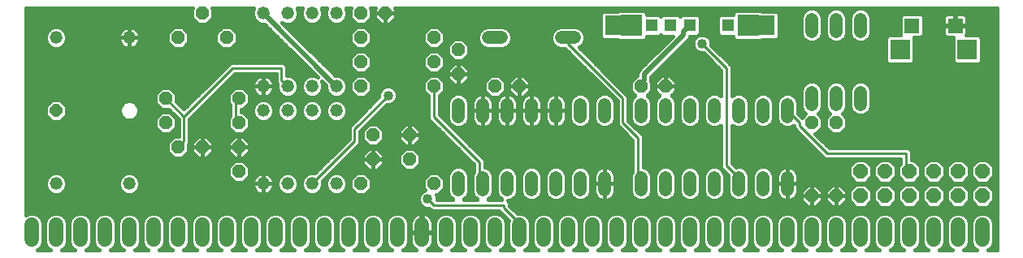
<source format=gbl>
G75*
%MOIN*%
%OFA0B0*%
%FSLAX24Y24*%
%IPPOS*%
%LPD*%
%AMOC8*
5,1,8,0,0,1.08239X$1,22.5*
%
%ADD10OC8,0.0520*%
%ADD11C,0.0520*%
%ADD12C,0.0520*%
%ADD13OC8,0.0600*%
%ADD14C,0.0600*%
%ADD15R,0.0515X0.0515*%
%ADD16R,0.0900X0.0900*%
%ADD17R,0.0825X0.0825*%
%ADD18R,0.0600X0.0600*%
%ADD19OC8,0.0515*%
%ADD20C,0.0160*%
%ADD21C,0.0200*%
%ADD22C,0.0100*%
%ADD23C,0.0400*%
D10*
X009180Y003680D03*
X009180Y004680D03*
X007680Y004680D03*
X006680Y004680D03*
X006180Y005680D03*
X009180Y005680D03*
X009180Y006680D03*
X006180Y006680D03*
X014180Y007180D03*
X017180Y007180D03*
X018180Y007680D03*
X017180Y008180D03*
X018180Y008680D03*
X017180Y009180D03*
X014180Y009180D03*
X014180Y008180D03*
X008670Y009180D03*
X006690Y009180D03*
X007680Y010180D03*
X014180Y010180D03*
X015180Y010180D03*
X019680Y007180D03*
X020680Y007180D03*
X025680Y007180D03*
X026680Y007180D03*
X032680Y005680D03*
X033680Y005680D03*
X033680Y002680D03*
X032680Y002680D03*
X017180Y003180D03*
X014180Y003180D03*
X014680Y004180D03*
X016180Y004180D03*
X016180Y005180D03*
X014680Y005180D03*
D11*
X018180Y005920D02*
X018180Y006440D01*
X019180Y006440D02*
X019180Y005920D01*
X020180Y005920D02*
X020180Y006440D01*
X021180Y006440D02*
X021180Y005920D01*
X022180Y005920D02*
X022180Y006440D01*
X023180Y006440D02*
X023180Y005920D01*
X024180Y005920D02*
X024180Y006440D01*
X025680Y006440D02*
X025680Y005920D01*
X026680Y005920D02*
X026680Y006440D01*
X027680Y006440D02*
X027680Y005920D01*
X028680Y005920D02*
X028680Y006440D01*
X029680Y006440D02*
X029680Y005920D01*
X030680Y005920D02*
X030680Y006440D01*
X031680Y006440D02*
X031680Y005920D01*
X032680Y006420D02*
X032680Y006940D01*
X033680Y006940D02*
X033680Y006420D01*
X034680Y006420D02*
X034680Y006940D01*
X034680Y009420D02*
X034680Y009940D01*
X033680Y009940D02*
X033680Y009420D01*
X032680Y009420D02*
X032680Y009940D01*
X022940Y009180D02*
X022420Y009180D01*
X019940Y009180D02*
X019420Y009180D01*
X019180Y003440D02*
X019180Y002920D01*
X018180Y002920D02*
X018180Y003440D01*
X020180Y003440D02*
X020180Y002920D01*
X021180Y002920D02*
X021180Y003440D01*
X022180Y003440D02*
X022180Y002920D01*
X023180Y002920D02*
X023180Y003440D01*
X024180Y003440D02*
X024180Y002920D01*
X025680Y002920D02*
X025680Y003440D01*
X026680Y003440D02*
X026680Y002920D01*
X027680Y002920D02*
X027680Y003440D01*
X028680Y003440D02*
X028680Y002920D01*
X029680Y002920D02*
X029680Y003440D01*
X030680Y003440D02*
X030680Y002920D01*
X031680Y002920D02*
X031680Y003440D01*
D12*
X013180Y003180D03*
X012180Y003180D03*
X011180Y003180D03*
X010180Y003180D03*
X004680Y003180D03*
X001680Y003180D03*
X010180Y006180D03*
X011180Y006180D03*
X012180Y006180D03*
X013180Y006180D03*
X013180Y007180D03*
X012180Y007180D03*
X011180Y007180D03*
X010180Y007180D03*
X004680Y009180D03*
X001680Y009180D03*
X010180Y010180D03*
X011180Y010180D03*
X012180Y010180D03*
X013180Y010180D03*
D13*
X034680Y003680D03*
X035680Y003680D03*
X036680Y003680D03*
X037680Y003680D03*
X038680Y003680D03*
X039680Y003680D03*
X039680Y002680D03*
X038680Y002680D03*
X037680Y002680D03*
X036680Y002680D03*
X035680Y002680D03*
X034680Y002680D03*
D14*
X034680Y001480D02*
X034680Y000880D01*
X033680Y000880D02*
X033680Y001480D01*
X032680Y001480D02*
X032680Y000880D01*
X031680Y000880D02*
X031680Y001480D01*
X030680Y001480D02*
X030680Y000880D01*
X029680Y000880D02*
X029680Y001480D01*
X028680Y001480D02*
X028680Y000880D01*
X027680Y000880D02*
X027680Y001480D01*
X026680Y001480D02*
X026680Y000880D01*
X025680Y000880D02*
X025680Y001480D01*
X024680Y001480D02*
X024680Y000880D01*
X023680Y000880D02*
X023680Y001480D01*
X022680Y001480D02*
X022680Y000880D01*
X021680Y000880D02*
X021680Y001480D01*
X020680Y001480D02*
X020680Y000880D01*
X019680Y000880D02*
X019680Y001480D01*
X018680Y001480D02*
X018680Y000880D01*
X017680Y000880D02*
X017680Y001480D01*
X016680Y001480D02*
X016680Y000880D01*
X015680Y000880D02*
X015680Y001480D01*
X014680Y001480D02*
X014680Y000880D01*
X013680Y000880D02*
X013680Y001480D01*
X012680Y001480D02*
X012680Y000880D01*
X011680Y000880D02*
X011680Y001480D01*
X010680Y001480D02*
X010680Y000880D01*
X009680Y000880D02*
X009680Y001480D01*
X008680Y001480D02*
X008680Y000880D01*
X007680Y000880D02*
X007680Y001480D01*
X006680Y001480D02*
X006680Y000880D01*
X005680Y000880D02*
X005680Y001480D01*
X004680Y001480D02*
X004680Y000880D01*
X003680Y000880D02*
X003680Y001480D01*
X002680Y001480D02*
X002680Y000880D01*
X001680Y000880D02*
X001680Y001480D01*
X000680Y001480D02*
X000680Y000880D01*
X035680Y000880D02*
X035680Y001480D01*
X036680Y001480D02*
X036680Y000880D01*
X037680Y000880D02*
X037680Y001480D01*
X038680Y001480D02*
X038680Y000880D01*
X039680Y000880D02*
X039680Y001480D01*
D15*
X029250Y009680D03*
X027680Y009680D03*
X026890Y009680D03*
X026100Y009680D03*
D16*
X025280Y009680D03*
X030080Y009680D03*
D17*
X030750Y009680D03*
X036300Y008690D03*
X039060Y008690D03*
X024610Y009680D03*
D18*
X036795Y009670D03*
X038565Y009670D03*
D19*
X001680Y006180D03*
D20*
X000952Y000473D02*
X000920Y000460D01*
X001440Y000460D01*
X001408Y000473D01*
X001273Y000608D01*
X001200Y000785D01*
X001200Y001575D01*
X001273Y001752D01*
X001408Y001887D01*
X001585Y001960D01*
X001775Y001960D01*
X001952Y001887D01*
X002087Y001752D01*
X002160Y001575D01*
X002160Y000785D01*
X002087Y000608D01*
X001952Y000473D01*
X001920Y000460D01*
X002440Y000460D01*
X002408Y000473D01*
X002273Y000608D01*
X002200Y000785D01*
X002200Y001575D01*
X002273Y001752D01*
X002408Y001887D01*
X002585Y001960D01*
X002775Y001960D01*
X002952Y001887D01*
X003087Y001752D01*
X003160Y001575D01*
X003160Y000785D01*
X003087Y000608D01*
X002952Y000473D01*
X002920Y000460D01*
X003440Y000460D01*
X003408Y000473D01*
X003273Y000608D01*
X003200Y000785D01*
X003200Y001575D01*
X003273Y001752D01*
X003408Y001887D01*
X003585Y001960D01*
X003775Y001960D01*
X003952Y001887D01*
X004087Y001752D01*
X004160Y001575D01*
X004160Y000785D01*
X004087Y000608D01*
X003952Y000473D01*
X003920Y000460D01*
X004440Y000460D01*
X004408Y000473D01*
X004273Y000608D01*
X004200Y000785D01*
X004200Y001575D01*
X004273Y001752D01*
X004408Y001887D01*
X004585Y001960D01*
X004775Y001960D01*
X004952Y001887D01*
X005087Y001752D01*
X005160Y001575D01*
X005160Y000785D01*
X005087Y000608D01*
X004952Y000473D01*
X004920Y000460D01*
X005440Y000460D01*
X005408Y000473D01*
X005273Y000608D01*
X005200Y000785D01*
X005200Y001575D01*
X005273Y001752D01*
X005408Y001887D01*
X005585Y001960D01*
X005775Y001960D01*
X005952Y001887D01*
X006087Y001752D01*
X006160Y001575D01*
X006160Y000785D01*
X006087Y000608D01*
X005952Y000473D01*
X005920Y000460D01*
X006440Y000460D01*
X006408Y000473D01*
X006273Y000608D01*
X006200Y000785D01*
X006200Y001575D01*
X006273Y001752D01*
X006408Y001887D01*
X006585Y001960D01*
X006775Y001960D01*
X006952Y001887D01*
X007087Y001752D01*
X007160Y001575D01*
X007160Y000785D01*
X007087Y000608D01*
X006952Y000473D01*
X006920Y000460D01*
X007440Y000460D01*
X007408Y000473D01*
X007273Y000608D01*
X007200Y000785D01*
X007200Y001575D01*
X007273Y001752D01*
X007408Y001887D01*
X007585Y001960D01*
X007775Y001960D01*
X007952Y001887D01*
X008087Y001752D01*
X008160Y001575D01*
X008160Y000785D01*
X008087Y000608D01*
X007952Y000473D01*
X007920Y000460D01*
X008440Y000460D01*
X008408Y000473D01*
X008273Y000608D01*
X008200Y000785D01*
X008200Y001575D01*
X008273Y001752D01*
X008408Y001887D01*
X008585Y001960D01*
X008775Y001960D01*
X008952Y001887D01*
X009087Y001752D01*
X009160Y001575D01*
X009160Y000785D01*
X009087Y000608D01*
X008952Y000473D01*
X008920Y000460D01*
X009440Y000460D01*
X009408Y000473D01*
X009273Y000608D01*
X009200Y000785D01*
X009200Y001575D01*
X009273Y001752D01*
X009408Y001887D01*
X009585Y001960D01*
X009775Y001960D01*
X009952Y001887D01*
X010087Y001752D01*
X010160Y001575D01*
X010160Y000785D01*
X010087Y000608D01*
X009952Y000473D01*
X009920Y000460D01*
X010440Y000460D01*
X010408Y000473D01*
X010273Y000608D01*
X010200Y000785D01*
X010200Y001575D01*
X010273Y001752D01*
X010408Y001887D01*
X010585Y001960D01*
X010775Y001960D01*
X010952Y001887D01*
X011087Y001752D01*
X011160Y001575D01*
X011160Y000785D01*
X011087Y000608D01*
X010952Y000473D01*
X010920Y000460D01*
X011440Y000460D01*
X011408Y000473D01*
X011273Y000608D01*
X011200Y000785D01*
X011200Y001575D01*
X011273Y001752D01*
X011408Y001887D01*
X011585Y001960D01*
X011775Y001960D01*
X011952Y001887D01*
X012087Y001752D01*
X012160Y001575D01*
X012160Y000785D01*
X012087Y000608D01*
X011952Y000473D01*
X011920Y000460D01*
X012440Y000460D01*
X012408Y000473D01*
X012273Y000608D01*
X012200Y000785D01*
X012200Y001575D01*
X012273Y001752D01*
X012408Y001887D01*
X012585Y001960D01*
X012775Y001960D01*
X012952Y001887D01*
X013087Y001752D01*
X013160Y001575D01*
X013160Y000785D01*
X013087Y000608D01*
X012952Y000473D01*
X012920Y000460D01*
X013440Y000460D01*
X013408Y000473D01*
X013273Y000608D01*
X013200Y000785D01*
X013200Y001575D01*
X013273Y001752D01*
X013408Y001887D01*
X013585Y001960D01*
X013775Y001960D01*
X013952Y001887D01*
X014087Y001752D01*
X014160Y001575D01*
X014160Y000785D01*
X014087Y000608D01*
X013952Y000473D01*
X013920Y000460D01*
X014440Y000460D01*
X014408Y000473D01*
X014273Y000608D01*
X014200Y000785D01*
X014200Y001575D01*
X014273Y001752D01*
X014408Y001887D01*
X014585Y001960D01*
X014775Y001960D01*
X014952Y001887D01*
X015087Y001752D01*
X015160Y001575D01*
X015160Y000785D01*
X015087Y000608D01*
X014952Y000473D01*
X014920Y000460D01*
X015440Y000460D01*
X015408Y000473D01*
X015273Y000608D01*
X015200Y000785D01*
X015200Y001575D01*
X015273Y001752D01*
X015408Y001887D01*
X015585Y001960D01*
X015775Y001960D01*
X015952Y001887D01*
X016087Y001752D01*
X016160Y001575D01*
X016160Y000785D01*
X016087Y000608D01*
X015952Y000473D01*
X015920Y000460D01*
X016447Y000460D01*
X016428Y000469D01*
X016367Y000514D01*
X016314Y000567D01*
X016269Y000628D01*
X016235Y000696D01*
X016212Y000768D01*
X016200Y000842D01*
X016200Y001160D01*
X016660Y001160D01*
X016660Y001200D01*
X016660Y001960D01*
X016642Y001960D01*
X016568Y001948D01*
X016496Y001925D01*
X016428Y001891D01*
X016367Y001846D01*
X016314Y001793D01*
X016269Y001732D01*
X016235Y001664D01*
X016212Y001592D01*
X016200Y001518D01*
X016200Y001200D01*
X016660Y001200D01*
X016700Y001200D01*
X016700Y001960D01*
X016718Y001960D01*
X016792Y001948D01*
X016864Y001925D01*
X016932Y001891D01*
X016993Y001846D01*
X017046Y001793D01*
X017091Y001732D01*
X017125Y001664D01*
X017148Y001592D01*
X017160Y001518D01*
X017160Y001200D01*
X016700Y001200D01*
X016700Y001160D01*
X017160Y001160D01*
X017160Y000842D01*
X017148Y000768D01*
X017125Y000696D01*
X017091Y000628D01*
X017046Y000567D01*
X016993Y000514D01*
X016932Y000469D01*
X016913Y000460D01*
X017440Y000460D01*
X017408Y000473D01*
X017273Y000608D01*
X017200Y000785D01*
X017200Y001575D01*
X017273Y001752D01*
X017408Y001887D01*
X017585Y001960D01*
X017775Y001960D01*
X017952Y001887D01*
X018087Y001752D01*
X018160Y001575D01*
X018160Y000785D01*
X018087Y000608D01*
X017952Y000473D01*
X017920Y000460D01*
X018440Y000460D01*
X018408Y000473D01*
X018273Y000608D01*
X018200Y000785D01*
X018200Y001575D01*
X018273Y001752D01*
X018408Y001887D01*
X018585Y001960D01*
X018775Y001960D01*
X018952Y001887D01*
X019087Y001752D01*
X019160Y001575D01*
X019160Y000785D01*
X019087Y000608D01*
X018952Y000473D01*
X018920Y000460D01*
X019440Y000460D01*
X019408Y000473D01*
X019273Y000608D01*
X019200Y000785D01*
X019200Y001575D01*
X019273Y001752D01*
X019408Y001887D01*
X019585Y001960D01*
X019775Y001960D01*
X019952Y001887D01*
X020087Y001752D01*
X020160Y001575D01*
X020160Y000785D01*
X020087Y000608D01*
X019952Y000473D01*
X019920Y000460D01*
X020440Y000460D01*
X020408Y000473D01*
X020273Y000608D01*
X020200Y000785D01*
X020200Y001575D01*
X020239Y001670D01*
X019835Y002075D01*
X017085Y002075D01*
X016985Y002175D01*
X016854Y002175D01*
X016715Y002233D01*
X016608Y002340D01*
X016550Y002479D01*
X016550Y002631D01*
X016608Y002770D01*
X016715Y002877D01*
X016818Y002920D01*
X016740Y002998D01*
X016740Y003362D01*
X016998Y003620D01*
X017362Y003620D01*
X017620Y003362D01*
X017620Y002998D01*
X017362Y002740D01*
X017265Y002740D01*
X017310Y002631D01*
X017310Y002535D01*
X017960Y002535D01*
X017931Y002547D01*
X017807Y002671D01*
X017740Y002832D01*
X017740Y003528D01*
X017807Y003689D01*
X017931Y003813D01*
X018092Y003880D01*
X018268Y003880D01*
X018429Y003813D01*
X018553Y003689D01*
X018620Y003528D01*
X018620Y002832D01*
X018553Y002671D01*
X018429Y002547D01*
X018400Y002535D01*
X018960Y002535D01*
X018931Y002547D01*
X018807Y002671D01*
X018740Y002832D01*
X018740Y003528D01*
X018807Y003689D01*
X018825Y003707D01*
X018825Y003960D01*
X017085Y005700D01*
X016950Y005835D01*
X016950Y006788D01*
X016740Y006998D01*
X016740Y007362D01*
X016998Y007620D01*
X017362Y007620D01*
X017620Y007362D01*
X017620Y006998D01*
X017410Y006788D01*
X017410Y006025D01*
X019285Y004150D01*
X019285Y003873D01*
X019429Y003813D01*
X019553Y003689D01*
X019620Y003528D01*
X019620Y002832D01*
X019553Y002671D01*
X019429Y002547D01*
X019400Y002535D01*
X019960Y002535D01*
X019931Y002547D01*
X019807Y002671D01*
X019740Y002832D01*
X019740Y003528D01*
X019807Y003689D01*
X019931Y003813D01*
X020092Y003880D01*
X020268Y003880D01*
X020429Y003813D01*
X020553Y003689D01*
X020620Y003528D01*
X020620Y002832D01*
X020553Y002671D01*
X020429Y002547D01*
X020268Y002480D01*
X020205Y002480D01*
X020285Y002400D01*
X020285Y002275D01*
X020600Y001960D01*
X020775Y001960D01*
X020952Y001887D01*
X021087Y001752D01*
X021160Y001575D01*
X021160Y000785D01*
X021087Y000608D01*
X020952Y000473D01*
X020920Y000460D01*
X021440Y000460D01*
X021408Y000473D01*
X021273Y000608D01*
X021200Y000785D01*
X021200Y001575D01*
X021273Y001752D01*
X021408Y001887D01*
X021585Y001960D01*
X021775Y001960D01*
X021952Y001887D01*
X022087Y001752D01*
X022160Y001575D01*
X022160Y000785D01*
X022087Y000608D01*
X021952Y000473D01*
X021920Y000460D01*
X022440Y000460D01*
X022408Y000473D01*
X022273Y000608D01*
X022200Y000785D01*
X022200Y001575D01*
X022273Y001752D01*
X022408Y001887D01*
X022585Y001960D01*
X022775Y001960D01*
X022952Y001887D01*
X023087Y001752D01*
X023160Y001575D01*
X023160Y000785D01*
X023087Y000608D01*
X022952Y000473D01*
X022920Y000460D01*
X023440Y000460D01*
X023408Y000473D01*
X023273Y000608D01*
X023200Y000785D01*
X023200Y001575D01*
X023273Y001752D01*
X023408Y001887D01*
X023585Y001960D01*
X023775Y001960D01*
X023952Y001887D01*
X024087Y001752D01*
X024160Y001575D01*
X024160Y000785D01*
X024087Y000608D01*
X023952Y000473D01*
X023920Y000460D01*
X024440Y000460D01*
X024408Y000473D01*
X024273Y000608D01*
X024200Y000785D01*
X024200Y001575D01*
X024273Y001752D01*
X024408Y001887D01*
X024585Y001960D01*
X024775Y001960D01*
X024952Y001887D01*
X025087Y001752D01*
X025160Y001575D01*
X025160Y000785D01*
X025087Y000608D01*
X024952Y000473D01*
X024920Y000460D01*
X025440Y000460D01*
X025408Y000473D01*
X025273Y000608D01*
X025200Y000785D01*
X025200Y001575D01*
X025273Y001752D01*
X025408Y001887D01*
X025585Y001960D01*
X025775Y001960D01*
X025952Y001887D01*
X026087Y001752D01*
X026160Y001575D01*
X026160Y000785D01*
X026087Y000608D01*
X025952Y000473D01*
X025920Y000460D01*
X026440Y000460D01*
X026408Y000473D01*
X026273Y000608D01*
X026200Y000785D01*
X026200Y001575D01*
X026273Y001752D01*
X026408Y001887D01*
X026585Y001960D01*
X026775Y001960D01*
X026952Y001887D01*
X027087Y001752D01*
X027160Y001575D01*
X027160Y000785D01*
X027087Y000608D01*
X026952Y000473D01*
X026920Y000460D01*
X027440Y000460D01*
X027408Y000473D01*
X027273Y000608D01*
X027200Y000785D01*
X027200Y001575D01*
X027273Y001752D01*
X027408Y001887D01*
X027585Y001960D01*
X027775Y001960D01*
X027952Y001887D01*
X028087Y001752D01*
X028160Y001575D01*
X028160Y000785D01*
X028087Y000608D01*
X027952Y000473D01*
X027920Y000460D01*
X028440Y000460D01*
X028408Y000473D01*
X028273Y000608D01*
X028200Y000785D01*
X028200Y001575D01*
X028273Y001752D01*
X028408Y001887D01*
X028585Y001960D01*
X028775Y001960D01*
X028952Y001887D01*
X029087Y001752D01*
X029160Y001575D01*
X029160Y000785D01*
X029087Y000608D01*
X028952Y000473D01*
X028920Y000460D01*
X029440Y000460D01*
X029408Y000473D01*
X029273Y000608D01*
X029200Y000785D01*
X029200Y001575D01*
X029273Y001752D01*
X029408Y001887D01*
X029585Y001960D01*
X029775Y001960D01*
X029952Y001887D01*
X030087Y001752D01*
X030160Y001575D01*
X030160Y000785D01*
X030087Y000608D01*
X029952Y000473D01*
X029920Y000460D01*
X030440Y000460D01*
X030408Y000473D01*
X030273Y000608D01*
X030200Y000785D01*
X030200Y001575D01*
X030273Y001752D01*
X030408Y001887D01*
X030585Y001960D01*
X030775Y001960D01*
X030952Y001887D01*
X031087Y001752D01*
X031160Y001575D01*
X031160Y000785D01*
X031087Y000608D01*
X030952Y000473D01*
X030920Y000460D01*
X031440Y000460D01*
X031408Y000473D01*
X031273Y000608D01*
X031200Y000785D01*
X031200Y001575D01*
X031273Y001752D01*
X031408Y001887D01*
X031585Y001960D01*
X031775Y001960D01*
X031952Y001887D01*
X032087Y001752D01*
X032160Y001575D01*
X032160Y000785D01*
X032087Y000608D01*
X031952Y000473D01*
X031920Y000460D01*
X032440Y000460D01*
X032408Y000473D01*
X032273Y000608D01*
X032200Y000785D01*
X032200Y001575D01*
X032273Y001752D01*
X032408Y001887D01*
X032585Y001960D01*
X032775Y001960D01*
X032952Y001887D01*
X033087Y001752D01*
X033160Y001575D01*
X033160Y000785D01*
X033087Y000608D01*
X032952Y000473D01*
X032920Y000460D01*
X033440Y000460D01*
X033408Y000473D01*
X033273Y000608D01*
X033200Y000785D01*
X033200Y001575D01*
X033273Y001752D01*
X033408Y001887D01*
X033585Y001960D01*
X033775Y001960D01*
X033952Y001887D01*
X034087Y001752D01*
X034160Y001575D01*
X034160Y000785D01*
X034087Y000608D01*
X033952Y000473D01*
X033920Y000460D01*
X034440Y000460D01*
X034408Y000473D01*
X034273Y000608D01*
X034200Y000785D01*
X034200Y001575D01*
X034273Y001752D01*
X034408Y001887D01*
X034585Y001960D01*
X034775Y001960D01*
X034952Y001887D01*
X035087Y001752D01*
X035160Y001575D01*
X035160Y000785D01*
X035087Y000608D01*
X034952Y000473D01*
X034920Y000460D01*
X035440Y000460D01*
X035408Y000473D01*
X035273Y000608D01*
X035200Y000785D01*
X035200Y001575D01*
X035273Y001752D01*
X035408Y001887D01*
X035585Y001960D01*
X035775Y001960D01*
X035952Y001887D01*
X036087Y001752D01*
X036160Y001575D01*
X036160Y000785D01*
X036087Y000608D01*
X035952Y000473D01*
X035920Y000460D01*
X036440Y000460D01*
X036408Y000473D01*
X036273Y000608D01*
X036200Y000785D01*
X036200Y001575D01*
X036273Y001752D01*
X036408Y001887D01*
X036585Y001960D01*
X036775Y001960D01*
X036952Y001887D01*
X037087Y001752D01*
X037160Y001575D01*
X037160Y000785D01*
X037087Y000608D01*
X036952Y000473D01*
X036920Y000460D01*
X037440Y000460D01*
X037408Y000473D01*
X037273Y000608D01*
X037200Y000785D01*
X037200Y001575D01*
X037273Y001752D01*
X037408Y001887D01*
X037585Y001960D01*
X037775Y001960D01*
X037952Y001887D01*
X038087Y001752D01*
X038160Y001575D01*
X038160Y000785D01*
X038087Y000608D01*
X037952Y000473D01*
X037920Y000460D01*
X038440Y000460D01*
X038408Y000473D01*
X038273Y000608D01*
X038200Y000785D01*
X038200Y001575D01*
X038273Y001752D01*
X038408Y001887D01*
X038585Y001960D01*
X038775Y001960D01*
X038952Y001887D01*
X039087Y001752D01*
X039160Y001575D01*
X039160Y000785D01*
X039087Y000608D01*
X038952Y000473D01*
X038920Y000460D01*
X039440Y000460D01*
X039408Y000473D01*
X039273Y000608D01*
X039200Y000785D01*
X039200Y001575D01*
X039273Y001752D01*
X039408Y001887D01*
X039585Y001960D01*
X039775Y001960D01*
X039952Y001887D01*
X040087Y001752D01*
X040160Y001575D01*
X040160Y000785D01*
X040087Y000608D01*
X039952Y000473D01*
X039920Y000460D01*
X040270Y000460D01*
X040270Y010396D01*
X015586Y010396D01*
X015620Y010362D01*
X015620Y010180D01*
X015180Y010180D01*
X015180Y010180D01*
X015620Y010180D01*
X015620Y009998D01*
X015362Y009740D01*
X015180Y009740D01*
X015180Y010180D01*
X015180Y010180D01*
X015180Y010180D01*
X014740Y010180D01*
X014740Y010362D01*
X014774Y010396D01*
X014586Y010396D01*
X014620Y010362D01*
X014620Y009998D01*
X014362Y009740D01*
X013998Y009740D01*
X013740Y009998D01*
X013740Y010362D01*
X013774Y010396D01*
X013567Y010396D01*
X013620Y010268D01*
X013620Y010092D01*
X013553Y009931D01*
X013429Y009807D01*
X013268Y009740D01*
X013092Y009740D01*
X012931Y009807D01*
X012807Y009931D01*
X012740Y010092D01*
X012740Y010268D01*
X012793Y010396D01*
X012567Y010396D01*
X012620Y010268D01*
X012620Y010092D01*
X012553Y009931D01*
X012429Y009807D01*
X012268Y009740D01*
X012092Y009740D01*
X011931Y009807D01*
X011807Y009931D01*
X011740Y010092D01*
X011740Y010268D01*
X011793Y010396D01*
X011567Y010396D01*
X011620Y010268D01*
X011620Y010092D01*
X011553Y009931D01*
X011429Y009807D01*
X011268Y009740D01*
X011092Y009740D01*
X010962Y009794D01*
X013136Y007620D01*
X013268Y007620D01*
X013429Y007553D01*
X013553Y007429D01*
X013620Y007268D01*
X013620Y007092D01*
X013553Y006931D01*
X013429Y006807D01*
X013268Y006740D01*
X013092Y006740D01*
X012931Y006807D01*
X012807Y006931D01*
X012740Y007092D01*
X012740Y007224D01*
X012566Y007398D01*
X012620Y007268D01*
X012620Y007092D01*
X012553Y006931D01*
X012429Y006807D01*
X012268Y006740D01*
X012092Y006740D01*
X011931Y006807D01*
X011807Y006931D01*
X011740Y007092D01*
X011740Y007268D01*
X011807Y007429D01*
X011931Y007553D01*
X012092Y007620D01*
X012268Y007620D01*
X012398Y007566D01*
X010224Y009740D01*
X010092Y009740D01*
X009931Y009807D01*
X009807Y009931D01*
X009740Y010092D01*
X009740Y010268D01*
X009793Y010396D01*
X008086Y010396D01*
X008120Y010362D01*
X008120Y009998D01*
X007862Y009740D01*
X007498Y009740D01*
X007240Y009998D01*
X007240Y010362D01*
X007274Y010396D01*
X000460Y010396D01*
X000460Y001908D01*
X000585Y001960D01*
X000775Y001960D01*
X000952Y001887D01*
X001087Y001752D01*
X001160Y001575D01*
X001160Y000785D01*
X001087Y000608D01*
X000952Y000473D01*
X000976Y000497D02*
X001384Y000497D01*
X001253Y000656D02*
X001107Y000656D01*
X001160Y000814D02*
X001200Y000814D01*
X001200Y000973D02*
X001160Y000973D01*
X001160Y001131D02*
X001200Y001131D01*
X001200Y001290D02*
X001160Y001290D01*
X001160Y001448D02*
X001200Y001448D01*
X001213Y001607D02*
X001147Y001607D01*
X001074Y001765D02*
X001286Y001765D01*
X001496Y001924D02*
X000864Y001924D01*
X000496Y001924D02*
X000460Y001924D01*
X000460Y002082D02*
X017078Y002082D01*
X016867Y001924D02*
X017496Y001924D01*
X017864Y001924D02*
X018496Y001924D01*
X018864Y001924D02*
X019496Y001924D01*
X019864Y001924D02*
X019986Y001924D01*
X020074Y001765D02*
X020145Y001765D01*
X020147Y001607D02*
X020213Y001607D01*
X020200Y001448D02*
X020160Y001448D01*
X020160Y001290D02*
X020200Y001290D01*
X020200Y001131D02*
X020160Y001131D01*
X020160Y000973D02*
X020200Y000973D01*
X020200Y000814D02*
X020160Y000814D01*
X020107Y000656D02*
X020253Y000656D01*
X020384Y000497D02*
X019976Y000497D01*
X019384Y000497D02*
X018976Y000497D01*
X019107Y000656D02*
X019253Y000656D01*
X019200Y000814D02*
X019160Y000814D01*
X019160Y000973D02*
X019200Y000973D01*
X019200Y001131D02*
X019160Y001131D01*
X019160Y001290D02*
X019200Y001290D01*
X019200Y001448D02*
X019160Y001448D01*
X019147Y001607D02*
X019213Y001607D01*
X019286Y001765D02*
X019074Y001765D01*
X018286Y001765D02*
X018074Y001765D01*
X018147Y001607D02*
X018213Y001607D01*
X018200Y001448D02*
X018160Y001448D01*
X018160Y001290D02*
X018200Y001290D01*
X018200Y001131D02*
X018160Y001131D01*
X018160Y000973D02*
X018200Y000973D01*
X018200Y000814D02*
X018160Y000814D01*
X018107Y000656D02*
X018253Y000656D01*
X018384Y000497D02*
X017976Y000497D01*
X017384Y000497D02*
X016969Y000497D01*
X017104Y000656D02*
X017253Y000656D01*
X017200Y000814D02*
X017156Y000814D01*
X017160Y000973D02*
X017200Y000973D01*
X017200Y001131D02*
X017160Y001131D01*
X017160Y001290D02*
X017200Y001290D01*
X017200Y001448D02*
X017160Y001448D01*
X017144Y001607D02*
X017213Y001607D01*
X017286Y001765D02*
X017066Y001765D01*
X016700Y001765D02*
X016660Y001765D01*
X016660Y001607D02*
X016700Y001607D01*
X016700Y001448D02*
X016660Y001448D01*
X016200Y001448D02*
X016160Y001448D01*
X016147Y001607D02*
X016216Y001607D01*
X016294Y001765D02*
X016074Y001765D01*
X015864Y001924D02*
X016493Y001924D01*
X016660Y001924D02*
X016700Y001924D01*
X016707Y002241D02*
X000460Y002241D01*
X000460Y002399D02*
X016583Y002399D01*
X016550Y002558D02*
X000460Y002558D01*
X000460Y002716D02*
X016585Y002716D01*
X016712Y002875D02*
X014497Y002875D01*
X014620Y002998D02*
X014362Y002740D01*
X013998Y002740D01*
X013740Y002998D01*
X013740Y003362D01*
X013998Y003620D01*
X014362Y003620D01*
X014620Y003362D01*
X014620Y002998D01*
X014620Y003033D02*
X016740Y003033D01*
X016740Y003192D02*
X014620Y003192D01*
X014620Y003350D02*
X016740Y003350D01*
X016886Y003509D02*
X014474Y003509D01*
X014498Y003740D02*
X014240Y003998D01*
X014240Y004180D01*
X014680Y004180D01*
X014680Y004180D01*
X014680Y004620D01*
X014862Y004620D01*
X015120Y004362D01*
X015120Y004180D01*
X014680Y004180D01*
X014680Y004180D01*
X014680Y004180D01*
X014680Y004620D01*
X014498Y004620D01*
X014240Y004362D01*
X014240Y004180D01*
X014680Y004180D01*
X015120Y004180D01*
X015120Y003998D01*
X014862Y003740D01*
X014680Y003740D01*
X014680Y004180D01*
X014680Y004180D01*
X014680Y003740D01*
X014498Y003740D01*
X014412Y003826D02*
X013151Y003826D01*
X013309Y003984D02*
X014254Y003984D01*
X014680Y003984D02*
X014680Y003984D01*
X014680Y003826D02*
X014680Y003826D01*
X014948Y003826D02*
X015912Y003826D01*
X015998Y003740D02*
X015740Y003998D01*
X015740Y004362D01*
X015998Y004620D01*
X016362Y004620D01*
X016620Y004362D01*
X016620Y003998D01*
X016362Y003740D01*
X015998Y003740D01*
X016448Y003826D02*
X017961Y003826D01*
X017798Y003667D02*
X012992Y003667D01*
X013092Y003620D02*
X012931Y003553D01*
X012807Y003429D01*
X012740Y003268D01*
X012740Y003092D01*
X012807Y002931D01*
X012931Y002807D01*
X013092Y002740D01*
X013268Y002740D01*
X013429Y002807D01*
X013553Y002931D01*
X013620Y003092D01*
X013620Y003268D01*
X013553Y003429D01*
X013429Y003553D01*
X013268Y003620D01*
X013092Y003620D01*
X012886Y003509D02*
X012834Y003509D01*
X012774Y003350D02*
X012675Y003350D01*
X012612Y003287D02*
X014025Y004700D01*
X014025Y004700D01*
X014160Y004835D01*
X014160Y005335D01*
X015250Y006425D01*
X015381Y006425D01*
X015520Y006483D01*
X015627Y006590D01*
X015685Y006729D01*
X015685Y006881D01*
X015627Y007020D01*
X015520Y007127D01*
X015381Y007185D01*
X015229Y007185D01*
X015090Y007127D01*
X014983Y007020D01*
X014925Y006881D01*
X014925Y006750D01*
X013700Y005525D01*
X013700Y005025D01*
X012287Y003612D01*
X012268Y003620D01*
X012092Y003620D01*
X011931Y003553D01*
X011807Y003429D01*
X011740Y003268D01*
X011740Y003092D01*
X011807Y002931D01*
X011931Y002807D01*
X012092Y002740D01*
X012268Y002740D01*
X012429Y002807D01*
X012553Y002931D01*
X012620Y003092D01*
X012620Y003268D01*
X012612Y003287D01*
X012620Y003192D02*
X012740Y003192D01*
X012765Y003033D02*
X012595Y003033D01*
X012497Y002875D02*
X012863Y002875D01*
X013497Y002875D02*
X013863Y002875D01*
X013740Y003033D02*
X013595Y003033D01*
X013620Y003192D02*
X013740Y003192D01*
X013740Y003350D02*
X013586Y003350D01*
X013474Y003509D02*
X013886Y003509D01*
X012500Y003826D02*
X009620Y003826D01*
X009620Y003862D02*
X009362Y004120D01*
X008998Y004120D01*
X008740Y003862D01*
X008740Y003498D01*
X008998Y003240D01*
X009362Y003240D01*
X009620Y003498D01*
X009620Y003862D01*
X009498Y003984D02*
X012659Y003984D01*
X012817Y004143D02*
X000460Y004143D01*
X000460Y004301D02*
X006437Y004301D01*
X006498Y004240D02*
X006862Y004240D01*
X007120Y004498D01*
X007120Y004795D01*
X007160Y004835D01*
X007160Y005835D01*
X009025Y007700D01*
X010700Y007700D01*
X010700Y007335D01*
X010748Y007287D01*
X010740Y007268D01*
X010740Y007092D01*
X010807Y006931D01*
X010931Y006807D01*
X011092Y006740D01*
X011268Y006740D01*
X011429Y006807D01*
X011553Y006931D01*
X011620Y007092D01*
X011620Y007268D01*
X011553Y007429D01*
X011429Y007553D01*
X011268Y007620D01*
X011160Y007620D01*
X011160Y008025D01*
X011025Y008160D01*
X008835Y008160D01*
X008700Y008025D01*
X006930Y006255D01*
X006620Y006565D01*
X006620Y006862D01*
X006362Y007120D01*
X005998Y007120D01*
X005740Y006862D01*
X005740Y006498D01*
X005998Y006240D01*
X006295Y006240D01*
X006700Y005835D01*
X006700Y005120D01*
X006498Y005120D01*
X006240Y004862D01*
X006240Y004498D01*
X006498Y004240D01*
X006923Y004301D02*
X007437Y004301D01*
X007498Y004240D02*
X007680Y004240D01*
X007862Y004240D01*
X008120Y004498D01*
X008120Y004680D01*
X008120Y004862D01*
X007862Y005120D01*
X007680Y005120D01*
X007680Y004680D01*
X008120Y004680D01*
X007680Y004680D01*
X007680Y004680D01*
X007680Y004680D01*
X007680Y004240D01*
X007680Y004680D01*
X007680Y004680D01*
X007680Y004680D01*
X007240Y004680D01*
X007240Y004862D01*
X007498Y005120D01*
X007680Y005120D01*
X007680Y004680D01*
X007240Y004680D01*
X007240Y004498D01*
X007498Y004240D01*
X007680Y004301D02*
X007680Y004301D01*
X007923Y004301D02*
X008937Y004301D01*
X008998Y004240D02*
X008740Y004498D01*
X008740Y004680D01*
X009180Y004680D01*
X009180Y004680D01*
X009180Y005120D01*
X009362Y005120D01*
X009620Y004862D01*
X009620Y004680D01*
X009180Y004680D01*
X009180Y004680D01*
X009180Y004680D01*
X009180Y005120D01*
X008998Y005120D01*
X008740Y004862D01*
X008740Y004680D01*
X009180Y004680D01*
X009620Y004680D01*
X009620Y004498D01*
X009362Y004240D01*
X009180Y004240D01*
X009180Y004680D01*
X009180Y004680D01*
X009180Y004240D01*
X008998Y004240D01*
X009180Y004301D02*
X009180Y004301D01*
X009423Y004301D02*
X012976Y004301D01*
X013468Y004143D02*
X014240Y004143D01*
X014240Y004301D02*
X013626Y004301D01*
X013785Y004460D02*
X014337Y004460D01*
X014496Y004618D02*
X013943Y004618D01*
X014240Y004998D02*
X014498Y004740D01*
X014862Y004740D01*
X015120Y004998D01*
X015120Y005362D01*
X014862Y005620D01*
X014498Y005620D01*
X014240Y005362D01*
X014240Y004998D01*
X014303Y004935D02*
X014160Y004935D01*
X014160Y005094D02*
X014240Y005094D01*
X013700Y005094D02*
X009389Y005094D01*
X009180Y005094D02*
X009180Y005094D01*
X009180Y004935D02*
X009180Y004935D01*
X009180Y004777D02*
X009180Y004777D01*
X009547Y004935D02*
X013610Y004935D01*
X013451Y004777D02*
X009620Y004777D01*
X009620Y004618D02*
X013293Y004618D01*
X013134Y004460D02*
X009582Y004460D01*
X009180Y004460D02*
X009180Y004460D01*
X009180Y004618D02*
X009180Y004618D01*
X008778Y004460D02*
X008082Y004460D01*
X008120Y004618D02*
X008740Y004618D01*
X008740Y004777D02*
X008120Y004777D01*
X008047Y004935D02*
X008813Y004935D01*
X008971Y005094D02*
X007889Y005094D01*
X007680Y005094D02*
X007680Y005094D01*
X007680Y004935D02*
X007680Y004935D01*
X007680Y004777D02*
X007680Y004777D01*
X007313Y004935D02*
X007160Y004935D01*
X007160Y005094D02*
X007471Y005094D01*
X007160Y005252D02*
X008986Y005252D01*
X008998Y005240D02*
X009362Y005240D01*
X009620Y005498D01*
X009620Y005862D01*
X009362Y006120D01*
X009285Y006120D01*
X009285Y006240D01*
X009362Y006240D01*
X009620Y006498D01*
X009620Y006862D01*
X009362Y007120D01*
X008998Y007120D01*
X008740Y006862D01*
X008740Y006498D01*
X008825Y006413D01*
X008825Y005947D01*
X008740Y005862D01*
X008740Y005498D01*
X008998Y005240D01*
X008827Y005411D02*
X007160Y005411D01*
X006700Y005411D02*
X006533Y005411D01*
X006620Y005498D02*
X006362Y005240D01*
X005998Y005240D01*
X005740Y005498D01*
X005740Y005862D01*
X005998Y006120D01*
X006362Y006120D01*
X006620Y005862D01*
X006620Y005498D01*
X006620Y005569D02*
X006700Y005569D01*
X006700Y005728D02*
X006620Y005728D01*
X007160Y005728D02*
X008740Y005728D01*
X008740Y005569D02*
X007160Y005569D01*
X007211Y005886D02*
X008764Y005886D01*
X008825Y006045D02*
X007370Y006045D01*
X007528Y006203D02*
X008825Y006203D01*
X009285Y006203D02*
X009740Y006203D01*
X009740Y006268D02*
X009740Y006092D01*
X009807Y005931D01*
X009931Y005807D01*
X010092Y005740D01*
X010268Y005740D01*
X010429Y005807D01*
X010553Y005931D01*
X010620Y006092D01*
X010620Y006268D01*
X010553Y006429D01*
X010429Y006553D01*
X010268Y006620D01*
X010092Y006620D01*
X009931Y006553D01*
X009807Y006429D01*
X009740Y006268D01*
X009779Y006362D02*
X009484Y006362D01*
X009620Y006520D02*
X009898Y006520D01*
X010462Y006520D02*
X010898Y006520D01*
X010931Y006553D02*
X010807Y006429D01*
X010740Y006268D01*
X010740Y006092D01*
X010807Y005931D01*
X010931Y005807D01*
X011092Y005740D01*
X011268Y005740D01*
X011429Y005807D01*
X011553Y005931D01*
X011620Y006092D01*
X011620Y006268D01*
X011553Y006429D01*
X011429Y006553D01*
X011268Y006620D01*
X011092Y006620D01*
X010931Y006553D01*
X010411Y006804D02*
X010349Y006772D01*
X010283Y006751D01*
X010215Y006740D01*
X010180Y006740D01*
X010180Y007180D01*
X010180Y007180D01*
X010180Y007620D01*
X010215Y007620D01*
X010283Y007609D01*
X010349Y007588D01*
X010411Y007556D01*
X010467Y007516D01*
X010516Y007467D01*
X010556Y007411D01*
X010588Y007349D01*
X010609Y007283D01*
X010620Y007215D01*
X010620Y007180D01*
X010180Y007180D01*
X010180Y007180D01*
X010180Y007180D01*
X009740Y007180D01*
X009740Y007215D01*
X009751Y007283D01*
X009772Y007349D01*
X009804Y007411D01*
X009844Y007467D01*
X009893Y007516D01*
X009949Y007556D01*
X010011Y007588D01*
X010077Y007609D01*
X010145Y007620D01*
X010180Y007620D01*
X010180Y007180D01*
X010620Y007180D01*
X010620Y007145D01*
X010609Y007077D01*
X010588Y007011D01*
X010556Y006949D01*
X010516Y006893D01*
X010467Y006844D01*
X010411Y006804D01*
X010456Y006837D02*
X010901Y006837D01*
X010780Y006996D02*
X010580Y006996D01*
X010180Y006996D02*
X010180Y006996D01*
X010180Y006837D02*
X010180Y006837D01*
X010180Y006740D02*
X010180Y007180D01*
X010180Y007180D01*
X009740Y007180D01*
X009740Y007145D01*
X009751Y007077D01*
X009772Y007011D01*
X009804Y006949D01*
X009844Y006893D01*
X009893Y006844D01*
X009949Y006804D01*
X010011Y006772D01*
X010077Y006751D01*
X010145Y006740D01*
X010180Y006740D01*
X009904Y006837D02*
X009620Y006837D01*
X009620Y006679D02*
X014853Y006679D01*
X014925Y006837D02*
X014459Y006837D01*
X014362Y006740D02*
X013998Y006740D01*
X013740Y006998D01*
X013740Y007362D01*
X013998Y007620D01*
X014362Y007620D01*
X014620Y007362D01*
X014620Y006998D01*
X014362Y006740D01*
X013901Y006837D02*
X013459Y006837D01*
X013580Y006996D02*
X013742Y006996D01*
X013740Y007154D02*
X013620Y007154D01*
X013601Y007313D02*
X013740Y007313D01*
X013849Y007471D02*
X013511Y007471D01*
X013126Y007630D02*
X017740Y007630D01*
X017740Y007680D02*
X017740Y007498D01*
X017998Y007240D01*
X018180Y007240D01*
X018362Y007240D01*
X018620Y007498D01*
X018620Y007680D01*
X018620Y007862D01*
X018362Y008120D01*
X018180Y008120D01*
X018180Y007680D01*
X018180Y007680D01*
X018620Y007680D01*
X018180Y007680D01*
X018180Y007680D01*
X018180Y007680D01*
X017740Y007680D01*
X017740Y007862D01*
X017998Y008120D01*
X018180Y008120D01*
X018180Y007680D01*
X018180Y007240D01*
X018180Y007680D01*
X018180Y007680D01*
X017740Y007680D01*
X017740Y007788D02*
X017410Y007788D01*
X017362Y007740D02*
X016998Y007740D01*
X016740Y007998D01*
X016740Y008362D01*
X016998Y008620D01*
X017362Y008620D01*
X017620Y008362D01*
X017620Y007998D01*
X017362Y007740D01*
X016950Y007788D02*
X014410Y007788D01*
X014362Y007740D02*
X013998Y007740D01*
X013740Y007998D01*
X013740Y008362D01*
X013998Y008620D01*
X014362Y008620D01*
X014620Y008362D01*
X014620Y007998D01*
X014362Y007740D01*
X013950Y007788D02*
X012968Y007788D01*
X012809Y007947D02*
X013791Y007947D01*
X013740Y008105D02*
X012651Y008105D01*
X012018Y007947D02*
X011160Y007947D01*
X011160Y007788D02*
X012176Y007788D01*
X012335Y007630D02*
X011160Y007630D01*
X011511Y007471D02*
X011849Y007471D01*
X011759Y007313D02*
X011601Y007313D01*
X011620Y007154D02*
X011740Y007154D01*
X011780Y006996D02*
X011580Y006996D01*
X011459Y006837D02*
X011901Y006837D01*
X012459Y006837D02*
X012901Y006837D01*
X012780Y006996D02*
X012580Y006996D01*
X012620Y007154D02*
X012740Y007154D01*
X012652Y007313D02*
X012601Y007313D01*
X010740Y007154D02*
X010620Y007154D01*
X010600Y007313D02*
X010722Y007313D01*
X010700Y007471D02*
X010511Y007471D01*
X010700Y007630D02*
X008955Y007630D01*
X008796Y007471D02*
X009849Y007471D01*
X010180Y007471D02*
X010180Y007471D01*
X010180Y007313D02*
X010180Y007313D01*
X010180Y007154D02*
X010180Y007154D01*
X009740Y007154D02*
X008479Y007154D01*
X008638Y007313D02*
X009760Y007313D01*
X009780Y006996D02*
X009487Y006996D01*
X008873Y006996D02*
X008321Y006996D01*
X008162Y006837D02*
X008740Y006837D01*
X008740Y006679D02*
X008004Y006679D01*
X007512Y006837D02*
X006620Y006837D01*
X006620Y006679D02*
X007353Y006679D01*
X007195Y006520D02*
X006665Y006520D01*
X006824Y006362D02*
X007036Y006362D01*
X007687Y006362D02*
X008825Y006362D01*
X008740Y006520D02*
X007845Y006520D01*
X007670Y006996D02*
X006487Y006996D01*
X005873Y006996D02*
X000460Y006996D01*
X000460Y006837D02*
X005740Y006837D01*
X005740Y006679D02*
X000460Y006679D01*
X000460Y006520D02*
X001401Y006520D01*
X001499Y006617D02*
X001243Y006361D01*
X001243Y005999D01*
X001499Y005743D01*
X001861Y005743D01*
X002117Y005999D01*
X002117Y006361D01*
X001861Y006617D01*
X001499Y006617D01*
X001959Y006520D02*
X004461Y006520D01*
X004454Y006518D02*
X004342Y006406D01*
X004282Y006259D01*
X004282Y006101D01*
X004342Y005954D01*
X004454Y005842D01*
X004601Y005782D01*
X004759Y005782D01*
X004906Y005842D01*
X005018Y005954D01*
X005078Y006101D01*
X005078Y006259D01*
X005018Y006406D01*
X004906Y006518D01*
X004759Y006578D01*
X004601Y006578D01*
X004454Y006518D01*
X004324Y006362D02*
X002117Y006362D01*
X002117Y006203D02*
X004282Y006203D01*
X004305Y006045D02*
X002117Y006045D01*
X002005Y005886D02*
X004411Y005886D01*
X004949Y005886D02*
X005764Y005886D01*
X005922Y006045D02*
X005055Y006045D01*
X005078Y006203D02*
X006332Y006203D01*
X006438Y006045D02*
X006490Y006045D01*
X006596Y005886D02*
X006649Y005886D01*
X005740Y005728D02*
X000460Y005728D01*
X000460Y005569D02*
X005740Y005569D01*
X005827Y005411D02*
X000460Y005411D01*
X000460Y005252D02*
X005986Y005252D01*
X006374Y005252D02*
X006700Y005252D01*
X006471Y005094D02*
X000460Y005094D01*
X000460Y004935D02*
X006313Y004935D01*
X006240Y004777D02*
X000460Y004777D01*
X000460Y004618D02*
X006240Y004618D01*
X006278Y004460D02*
X000460Y004460D01*
X000460Y003984D02*
X008862Y003984D01*
X008740Y003826D02*
X000460Y003826D01*
X000460Y003667D02*
X008740Y003667D01*
X008740Y003509D02*
X004974Y003509D01*
X004929Y003553D02*
X004768Y003620D01*
X004592Y003620D01*
X004431Y003553D01*
X004307Y003429D01*
X004240Y003268D01*
X004240Y003092D01*
X004307Y002931D01*
X004431Y002807D01*
X004592Y002740D01*
X004768Y002740D01*
X004929Y002807D01*
X005053Y002931D01*
X005120Y003092D01*
X005120Y003268D01*
X005053Y003429D01*
X004929Y003553D01*
X005086Y003350D02*
X008888Y003350D01*
X009472Y003350D02*
X009773Y003350D01*
X009772Y003349D02*
X009751Y003283D01*
X009740Y003215D01*
X009740Y003180D01*
X010180Y003180D01*
X010180Y003180D01*
X010180Y003620D01*
X010215Y003620D01*
X010283Y003609D01*
X010349Y003588D01*
X010411Y003556D01*
X010467Y003516D01*
X010516Y003467D01*
X010556Y003411D01*
X010588Y003349D01*
X010609Y003283D01*
X010620Y003215D01*
X010620Y003180D01*
X010180Y003180D01*
X010180Y003180D01*
X010180Y003180D01*
X010180Y003620D01*
X010145Y003620D01*
X010077Y003609D01*
X010011Y003588D01*
X009949Y003556D01*
X009893Y003516D01*
X009844Y003467D01*
X009804Y003411D01*
X009772Y003349D01*
X009886Y003509D02*
X009620Y003509D01*
X010180Y003509D02*
X010180Y003509D01*
X010180Y003350D02*
X010180Y003350D01*
X010474Y003509D02*
X010886Y003509D01*
X010931Y003553D02*
X010807Y003429D01*
X010740Y003268D01*
X010740Y003092D01*
X010807Y002931D01*
X010931Y002807D01*
X011092Y002740D01*
X011268Y002740D01*
X011429Y002807D01*
X011553Y002931D01*
X011620Y003092D01*
X011620Y003268D01*
X011553Y003429D01*
X011429Y003553D01*
X011268Y003620D01*
X011092Y003620D01*
X010931Y003553D01*
X010774Y003350D02*
X010587Y003350D01*
X010620Y003192D02*
X010740Y003192D01*
X010620Y003180D02*
X010180Y003180D01*
X010180Y002740D01*
X010215Y002740D01*
X010283Y002751D01*
X010349Y002772D01*
X010411Y002804D01*
X010467Y002844D01*
X010516Y002893D01*
X010556Y002949D01*
X010588Y003011D01*
X010609Y003077D01*
X010620Y003145D01*
X010620Y003180D01*
X010595Y003033D02*
X010765Y003033D01*
X010863Y002875D02*
X010497Y002875D01*
X010180Y002875D02*
X010180Y002875D01*
X010180Y002740D02*
X010180Y003180D01*
X010180Y003180D01*
X009740Y003180D01*
X009740Y003145D01*
X009751Y003077D01*
X009772Y003011D01*
X009804Y002949D01*
X009844Y002893D01*
X009893Y002844D01*
X009949Y002804D01*
X010011Y002772D01*
X010077Y002751D01*
X010145Y002740D01*
X010180Y002740D01*
X009863Y002875D02*
X004997Y002875D01*
X005095Y003033D02*
X009765Y003033D01*
X009740Y003192D02*
X005120Y003192D01*
X004274Y003350D02*
X002086Y003350D01*
X002053Y003429D02*
X001929Y003553D01*
X001768Y003620D01*
X001592Y003620D01*
X001431Y003553D01*
X001307Y003429D01*
X001240Y003268D01*
X001240Y003092D01*
X001307Y002931D01*
X001431Y002807D01*
X001592Y002740D01*
X001768Y002740D01*
X001929Y002807D01*
X002053Y002931D01*
X002120Y003092D01*
X002120Y003268D01*
X002053Y003429D01*
X001974Y003509D02*
X004386Y003509D01*
X004240Y003192D02*
X002120Y003192D01*
X002095Y003033D02*
X004265Y003033D01*
X004363Y002875D02*
X001997Y002875D01*
X001363Y002875D02*
X000460Y002875D01*
X000460Y003033D02*
X001265Y003033D01*
X001240Y003192D02*
X000460Y003192D01*
X000460Y003350D02*
X001274Y003350D01*
X001386Y003509D02*
X000460Y003509D01*
X001864Y001924D02*
X002496Y001924D01*
X002864Y001924D02*
X003496Y001924D01*
X003864Y001924D02*
X004496Y001924D01*
X004864Y001924D02*
X005496Y001924D01*
X005864Y001924D02*
X006496Y001924D01*
X006864Y001924D02*
X007496Y001924D01*
X007864Y001924D02*
X008496Y001924D01*
X008864Y001924D02*
X009496Y001924D01*
X009864Y001924D02*
X010496Y001924D01*
X010864Y001924D02*
X011496Y001924D01*
X011864Y001924D02*
X012496Y001924D01*
X012864Y001924D02*
X013496Y001924D01*
X013864Y001924D02*
X014496Y001924D01*
X014864Y001924D02*
X015496Y001924D01*
X015286Y001765D02*
X015074Y001765D01*
X015147Y001607D02*
X015213Y001607D01*
X015200Y001448D02*
X015160Y001448D01*
X015160Y001290D02*
X015200Y001290D01*
X015200Y001131D02*
X015160Y001131D01*
X015160Y000973D02*
X015200Y000973D01*
X015200Y000814D02*
X015160Y000814D01*
X015107Y000656D02*
X015253Y000656D01*
X015384Y000497D02*
X014976Y000497D01*
X014384Y000497D02*
X013976Y000497D01*
X014107Y000656D02*
X014253Y000656D01*
X014200Y000814D02*
X014160Y000814D01*
X014160Y000973D02*
X014200Y000973D01*
X014200Y001131D02*
X014160Y001131D01*
X014160Y001290D02*
X014200Y001290D01*
X014200Y001448D02*
X014160Y001448D01*
X014147Y001607D02*
X014213Y001607D01*
X014286Y001765D02*
X014074Y001765D01*
X013286Y001765D02*
X013074Y001765D01*
X013147Y001607D02*
X013213Y001607D01*
X013200Y001448D02*
X013160Y001448D01*
X013160Y001290D02*
X013200Y001290D01*
X013200Y001131D02*
X013160Y001131D01*
X013160Y000973D02*
X013200Y000973D01*
X013200Y000814D02*
X013160Y000814D01*
X013107Y000656D02*
X013253Y000656D01*
X013384Y000497D02*
X012976Y000497D01*
X012384Y000497D02*
X011976Y000497D01*
X012107Y000656D02*
X012253Y000656D01*
X012200Y000814D02*
X012160Y000814D01*
X012160Y000973D02*
X012200Y000973D01*
X012200Y001131D02*
X012160Y001131D01*
X012160Y001290D02*
X012200Y001290D01*
X012200Y001448D02*
X012160Y001448D01*
X012147Y001607D02*
X012213Y001607D01*
X012286Y001765D02*
X012074Y001765D01*
X011286Y001765D02*
X011074Y001765D01*
X011147Y001607D02*
X011213Y001607D01*
X011200Y001448D02*
X011160Y001448D01*
X011160Y001290D02*
X011200Y001290D01*
X011200Y001131D02*
X011160Y001131D01*
X011160Y000973D02*
X011200Y000973D01*
X011200Y000814D02*
X011160Y000814D01*
X011107Y000656D02*
X011253Y000656D01*
X011384Y000497D02*
X010976Y000497D01*
X010384Y000497D02*
X009976Y000497D01*
X010107Y000656D02*
X010253Y000656D01*
X010200Y000814D02*
X010160Y000814D01*
X010160Y000973D02*
X010200Y000973D01*
X010200Y001131D02*
X010160Y001131D01*
X010160Y001290D02*
X010200Y001290D01*
X010200Y001448D02*
X010160Y001448D01*
X010147Y001607D02*
X010213Y001607D01*
X010286Y001765D02*
X010074Y001765D01*
X009286Y001765D02*
X009074Y001765D01*
X009147Y001607D02*
X009213Y001607D01*
X009200Y001448D02*
X009160Y001448D01*
X009160Y001290D02*
X009200Y001290D01*
X009200Y001131D02*
X009160Y001131D01*
X009160Y000973D02*
X009200Y000973D01*
X009200Y000814D02*
X009160Y000814D01*
X009107Y000656D02*
X009253Y000656D01*
X009384Y000497D02*
X008976Y000497D01*
X008384Y000497D02*
X007976Y000497D01*
X008107Y000656D02*
X008253Y000656D01*
X008200Y000814D02*
X008160Y000814D01*
X008160Y000973D02*
X008200Y000973D01*
X008200Y001131D02*
X008160Y001131D01*
X008160Y001290D02*
X008200Y001290D01*
X008200Y001448D02*
X008160Y001448D01*
X008147Y001607D02*
X008213Y001607D01*
X008286Y001765D02*
X008074Y001765D01*
X007286Y001765D02*
X007074Y001765D01*
X007147Y001607D02*
X007213Y001607D01*
X007200Y001448D02*
X007160Y001448D01*
X007160Y001290D02*
X007200Y001290D01*
X007200Y001131D02*
X007160Y001131D01*
X007160Y000973D02*
X007200Y000973D01*
X007200Y000814D02*
X007160Y000814D01*
X007107Y000656D02*
X007253Y000656D01*
X007384Y000497D02*
X006976Y000497D01*
X006384Y000497D02*
X005976Y000497D01*
X006107Y000656D02*
X006253Y000656D01*
X006200Y000814D02*
X006160Y000814D01*
X006160Y000973D02*
X006200Y000973D01*
X006200Y001131D02*
X006160Y001131D01*
X006160Y001290D02*
X006200Y001290D01*
X006200Y001448D02*
X006160Y001448D01*
X006147Y001607D02*
X006213Y001607D01*
X006286Y001765D02*
X006074Y001765D01*
X005286Y001765D02*
X005074Y001765D01*
X005147Y001607D02*
X005213Y001607D01*
X005200Y001448D02*
X005160Y001448D01*
X005160Y001290D02*
X005200Y001290D01*
X005200Y001131D02*
X005160Y001131D01*
X005160Y000973D02*
X005200Y000973D01*
X005200Y000814D02*
X005160Y000814D01*
X005107Y000656D02*
X005253Y000656D01*
X005384Y000497D02*
X004976Y000497D01*
X004384Y000497D02*
X003976Y000497D01*
X004107Y000656D02*
X004253Y000656D01*
X004200Y000814D02*
X004160Y000814D01*
X004160Y000973D02*
X004200Y000973D01*
X004200Y001131D02*
X004160Y001131D01*
X004160Y001290D02*
X004200Y001290D01*
X004200Y001448D02*
X004160Y001448D01*
X004147Y001607D02*
X004213Y001607D01*
X004286Y001765D02*
X004074Y001765D01*
X003286Y001765D02*
X003074Y001765D01*
X003147Y001607D02*
X003213Y001607D01*
X003200Y001448D02*
X003160Y001448D01*
X003160Y001290D02*
X003200Y001290D01*
X003200Y001131D02*
X003160Y001131D01*
X003160Y000973D02*
X003200Y000973D01*
X003200Y000814D02*
X003160Y000814D01*
X003107Y000656D02*
X003253Y000656D01*
X003384Y000497D02*
X002976Y000497D01*
X002384Y000497D02*
X001976Y000497D01*
X002107Y000656D02*
X002253Y000656D01*
X002200Y000814D02*
X002160Y000814D01*
X002160Y000973D02*
X002200Y000973D01*
X002200Y001131D02*
X002160Y001131D01*
X002160Y001290D02*
X002200Y001290D01*
X002200Y001448D02*
X002160Y001448D01*
X002147Y001607D02*
X002213Y001607D01*
X002286Y001765D02*
X002074Y001765D01*
X009620Y003667D02*
X012342Y003667D01*
X011886Y003509D02*
X011474Y003509D01*
X011586Y003350D02*
X011774Y003350D01*
X011740Y003192D02*
X011620Y003192D01*
X011595Y003033D02*
X011765Y003033D01*
X011863Y002875D02*
X011497Y002875D01*
X010180Y003033D02*
X010180Y003033D01*
X010180Y003192D02*
X010180Y003192D01*
X014680Y004143D02*
X014680Y004143D01*
X014680Y004301D02*
X014680Y004301D01*
X014680Y004460D02*
X014680Y004460D01*
X014680Y004618D02*
X014680Y004618D01*
X014864Y004618D02*
X015996Y004618D01*
X015998Y004740D02*
X015740Y004998D01*
X015740Y005180D01*
X016180Y005180D01*
X016180Y005180D01*
X016180Y005620D01*
X016362Y005620D01*
X016620Y005362D01*
X016620Y005180D01*
X016180Y005180D01*
X016180Y005180D01*
X016180Y005180D01*
X016180Y005620D01*
X015998Y005620D01*
X015740Y005362D01*
X015740Y005180D01*
X016180Y005180D01*
X016620Y005180D01*
X016620Y004998D01*
X016362Y004740D01*
X016180Y004740D01*
X016180Y005180D01*
X016180Y005180D01*
X016180Y004740D01*
X015998Y004740D01*
X015961Y004777D02*
X014899Y004777D01*
X015057Y004935D02*
X015803Y004935D01*
X015740Y005094D02*
X015120Y005094D01*
X015120Y005252D02*
X015740Y005252D01*
X015788Y005411D02*
X015072Y005411D01*
X014913Y005569D02*
X015947Y005569D01*
X016180Y005569D02*
X016180Y005569D01*
X016413Y005569D02*
X017216Y005569D01*
X017057Y005728D02*
X014553Y005728D01*
X014447Y005569D02*
X014394Y005569D01*
X013902Y005728D02*
X009620Y005728D01*
X009620Y005569D02*
X013744Y005569D01*
X013429Y005807D02*
X013268Y005740D01*
X013092Y005740D01*
X012931Y005807D01*
X012807Y005931D01*
X012740Y006092D01*
X012740Y006268D01*
X012807Y006429D01*
X012931Y006553D01*
X013092Y006620D01*
X013268Y006620D01*
X013429Y006553D01*
X013553Y006429D01*
X013620Y006268D01*
X013620Y006092D01*
X013553Y005931D01*
X013429Y005807D01*
X013508Y005886D02*
X014061Y005886D01*
X014219Y006045D02*
X013600Y006045D01*
X013620Y006203D02*
X014378Y006203D01*
X014870Y006045D02*
X016950Y006045D01*
X016950Y006203D02*
X015028Y006203D01*
X015187Y006362D02*
X016950Y006362D01*
X016950Y006520D02*
X015557Y006520D01*
X015664Y006679D02*
X016950Y006679D01*
X016901Y006837D02*
X015685Y006837D01*
X015637Y006996D02*
X016742Y006996D01*
X016740Y007154D02*
X015455Y007154D01*
X015155Y007154D02*
X014620Y007154D01*
X014620Y007313D02*
X016740Y007313D01*
X016849Y007471D02*
X014511Y007471D01*
X014569Y007947D02*
X016791Y007947D01*
X016740Y008105D02*
X014620Y008105D01*
X014620Y008264D02*
X016740Y008264D01*
X016800Y008422D02*
X014560Y008422D01*
X014402Y008581D02*
X016958Y008581D01*
X016998Y008740D02*
X017362Y008740D01*
X017620Y008998D01*
X017620Y009362D01*
X017362Y009620D01*
X016998Y009620D01*
X016740Y009362D01*
X016740Y008998D01*
X016998Y008740D01*
X017402Y008581D02*
X017740Y008581D01*
X017740Y008498D02*
X017998Y008240D01*
X018362Y008240D01*
X018620Y008498D01*
X018620Y008862D01*
X018362Y009120D01*
X017998Y009120D01*
X017740Y008862D01*
X017740Y008498D01*
X017816Y008422D02*
X017560Y008422D01*
X017620Y008264D02*
X017974Y008264D01*
X018386Y008264D02*
X023021Y008264D01*
X022863Y008422D02*
X018544Y008422D01*
X018620Y008581D02*
X022704Y008581D01*
X022585Y008700D02*
X024700Y006585D01*
X024700Y005585D01*
X024835Y005450D01*
X025325Y004960D01*
X025325Y003707D01*
X025307Y003689D01*
X025240Y003528D01*
X025240Y002832D01*
X025307Y002671D01*
X025431Y002547D01*
X025592Y002480D01*
X025768Y002480D01*
X025929Y002547D01*
X026053Y002671D01*
X026120Y002832D01*
X026120Y003528D01*
X026053Y003689D01*
X025929Y003813D01*
X025785Y003873D01*
X025785Y005150D01*
X025160Y005775D01*
X025160Y006775D01*
X023146Y008789D01*
X023189Y008807D01*
X023313Y008931D01*
X023380Y009092D01*
X023380Y009268D01*
X023313Y009429D01*
X023189Y009553D01*
X023028Y009620D01*
X022332Y009620D01*
X022171Y009553D01*
X022047Y009429D01*
X021980Y009268D01*
X021980Y009092D01*
X022047Y008931D01*
X022171Y008807D01*
X022332Y008740D01*
X022545Y008740D01*
X022585Y008700D01*
X022546Y008739D02*
X018620Y008739D01*
X019047Y008931D02*
X019171Y008807D01*
X019332Y008740D01*
X020028Y008740D01*
X020189Y008807D01*
X020313Y008931D01*
X020380Y009092D01*
X020380Y009268D01*
X020313Y009429D01*
X020189Y009553D01*
X020028Y009620D01*
X019332Y009620D01*
X019171Y009553D01*
X019047Y009429D01*
X018980Y009268D01*
X018980Y009092D01*
X019047Y008931D01*
X019080Y008898D02*
X018585Y008898D01*
X018426Y009056D02*
X018995Y009056D01*
X018980Y009215D02*
X017620Y009215D01*
X017620Y009056D02*
X017934Y009056D01*
X017775Y008898D02*
X017520Y008898D01*
X016840Y008898D02*
X014520Y008898D01*
X014620Y008998D02*
X014362Y008740D01*
X013998Y008740D01*
X013740Y008998D01*
X013740Y009362D01*
X013998Y009620D01*
X014362Y009620D01*
X014620Y009362D01*
X014620Y008998D01*
X014620Y009056D02*
X016740Y009056D01*
X016740Y009215D02*
X014620Y009215D01*
X014609Y009373D02*
X016751Y009373D01*
X016909Y009532D02*
X014451Y009532D01*
X013909Y009532D02*
X011224Y009532D01*
X011383Y009373D02*
X013751Y009373D01*
X013740Y009215D02*
X011541Y009215D01*
X011700Y009056D02*
X013740Y009056D01*
X013840Y008898D02*
X011858Y008898D01*
X012017Y008739D02*
X017740Y008739D01*
X017620Y008105D02*
X017983Y008105D01*
X018180Y008105D02*
X018180Y008105D01*
X018180Y007947D02*
X018180Y007947D01*
X018180Y007788D02*
X018180Y007788D01*
X018536Y007947D02*
X023338Y007947D01*
X023180Y008105D02*
X018377Y008105D01*
X017824Y007947D02*
X017569Y007947D01*
X018180Y007630D02*
X018180Y007630D01*
X018180Y007471D02*
X018180Y007471D01*
X018593Y007471D02*
X019349Y007471D01*
X019240Y007362D02*
X019240Y006998D01*
X019450Y006788D01*
X019411Y006816D01*
X019349Y006848D01*
X019283Y006869D01*
X019215Y006880D01*
X019180Y006880D01*
X019180Y006180D01*
X019620Y006180D01*
X019620Y006475D01*
X019609Y006543D01*
X019588Y006609D01*
X019556Y006671D01*
X019516Y006727D01*
X019502Y006740D01*
X019858Y006740D01*
X019844Y006727D01*
X019804Y006671D01*
X019772Y006609D01*
X019751Y006543D01*
X019740Y006475D01*
X019740Y006180D01*
X020180Y006180D01*
X020620Y006180D01*
X020620Y006475D01*
X020609Y006543D01*
X020588Y006609D01*
X020556Y006671D01*
X020516Y006727D01*
X020502Y006740D01*
X020680Y006740D01*
X020858Y006740D01*
X020844Y006727D01*
X020804Y006671D01*
X020772Y006609D01*
X020751Y006543D01*
X020740Y006475D01*
X020740Y006180D01*
X021180Y006180D01*
X021180Y006180D01*
X021180Y006880D01*
X021215Y006880D01*
X021283Y006869D01*
X021349Y006848D01*
X021411Y006816D01*
X021467Y006776D01*
X021516Y006727D01*
X021556Y006671D01*
X021588Y006609D01*
X021609Y006543D01*
X021620Y006475D01*
X021620Y006180D01*
X021180Y006180D01*
X021180Y006180D01*
X021180Y006880D01*
X021145Y006880D01*
X021077Y006869D01*
X021011Y006848D01*
X020949Y006816D01*
X020910Y006788D01*
X021120Y006998D01*
X021120Y007180D01*
X021120Y007362D01*
X020862Y007620D01*
X020680Y007620D01*
X020680Y007180D01*
X021120Y007180D01*
X020680Y007180D01*
X020680Y007180D01*
X020680Y007180D01*
X020680Y006740D01*
X020680Y007180D01*
X020680Y007180D01*
X020680Y007180D01*
X020240Y007180D01*
X020240Y007362D01*
X020498Y007620D01*
X020680Y007620D01*
X020680Y007180D01*
X020240Y007180D01*
X020240Y006998D01*
X020450Y006788D01*
X020411Y006816D01*
X020349Y006848D01*
X020283Y006869D01*
X020215Y006880D01*
X020180Y006880D01*
X020180Y006180D01*
X020180Y006180D01*
X020180Y006180D01*
X020620Y006180D01*
X020620Y005885D01*
X020609Y005817D01*
X020588Y005751D01*
X020556Y005689D01*
X020516Y005633D01*
X020467Y005584D01*
X020411Y005544D01*
X020349Y005512D01*
X020283Y005491D01*
X020215Y005480D01*
X020180Y005480D01*
X020180Y006180D01*
X020180Y006180D01*
X020180Y006180D01*
X020180Y006880D01*
X020145Y006880D01*
X020077Y006869D01*
X020011Y006848D01*
X019949Y006816D01*
X019910Y006788D01*
X020120Y006998D01*
X020120Y007362D01*
X019862Y007620D01*
X019498Y007620D01*
X019240Y007362D01*
X019240Y007313D02*
X018435Y007313D01*
X018180Y007313D02*
X018180Y007313D01*
X017925Y007313D02*
X017620Y007313D01*
X017620Y007154D02*
X019240Y007154D01*
X019242Y006996D02*
X017618Y006996D01*
X017459Y006837D02*
X017989Y006837D01*
X017931Y006813D02*
X018092Y006880D01*
X018268Y006880D01*
X018429Y006813D01*
X018553Y006689D01*
X018620Y006528D01*
X018620Y005832D01*
X018553Y005671D01*
X018429Y005547D01*
X018268Y005480D01*
X018092Y005480D01*
X017931Y005547D01*
X017807Y005671D01*
X017740Y005832D01*
X017740Y006528D01*
X017807Y006689D01*
X017931Y006813D01*
X017803Y006679D02*
X017410Y006679D01*
X017410Y006520D02*
X017740Y006520D01*
X017740Y006362D02*
X017410Y006362D01*
X017410Y006203D02*
X017740Y006203D01*
X017740Y006045D02*
X017410Y006045D01*
X017549Y005886D02*
X017740Y005886D01*
X017708Y005728D02*
X017783Y005728D01*
X017866Y005569D02*
X017909Y005569D01*
X018025Y005411D02*
X024874Y005411D01*
X025033Y005252D02*
X018183Y005252D01*
X018342Y005094D02*
X025191Y005094D01*
X025325Y004935D02*
X018500Y004935D01*
X018659Y004777D02*
X025325Y004777D01*
X025325Y004618D02*
X018817Y004618D01*
X018976Y004460D02*
X025325Y004460D01*
X025325Y004301D02*
X019134Y004301D01*
X019285Y004143D02*
X025325Y004143D01*
X025325Y003984D02*
X019285Y003984D01*
X019399Y003826D02*
X019961Y003826D01*
X019798Y003667D02*
X019562Y003667D01*
X018825Y003826D02*
X018399Y003826D01*
X018562Y003667D02*
X018798Y003667D01*
X018740Y003509D02*
X018620Y003509D01*
X018620Y003350D02*
X018740Y003350D01*
X018740Y003192D02*
X018620Y003192D01*
X018620Y003033D02*
X018740Y003033D01*
X018740Y002875D02*
X018620Y002875D01*
X018572Y002716D02*
X018788Y002716D01*
X018920Y002558D02*
X018440Y002558D01*
X017920Y002558D02*
X017310Y002558D01*
X017275Y002716D02*
X017788Y002716D01*
X017740Y002875D02*
X017497Y002875D01*
X017620Y003033D02*
X017740Y003033D01*
X017740Y003192D02*
X017620Y003192D01*
X017620Y003350D02*
X017740Y003350D01*
X017740Y003509D02*
X017474Y003509D01*
X016606Y003984D02*
X018801Y003984D01*
X018642Y004143D02*
X016620Y004143D01*
X016620Y004301D02*
X018484Y004301D01*
X018325Y004460D02*
X016523Y004460D01*
X016364Y004618D02*
X018167Y004618D01*
X018008Y004777D02*
X016399Y004777D01*
X016180Y004777D02*
X016180Y004777D01*
X016180Y004935D02*
X016180Y004935D01*
X016180Y005094D02*
X016180Y005094D01*
X016557Y004935D02*
X017850Y004935D01*
X017691Y005094D02*
X016620Y005094D01*
X016620Y005252D02*
X017533Y005252D01*
X017374Y005411D02*
X016572Y005411D01*
X016180Y005411D02*
X016180Y005411D01*
X016180Y005252D02*
X016180Y005252D01*
X014461Y004777D02*
X014102Y004777D01*
X015023Y004460D02*
X015837Y004460D01*
X015740Y004301D02*
X015120Y004301D01*
X015120Y004143D02*
X015740Y004143D01*
X015754Y003984D02*
X015106Y003984D01*
X019572Y002716D02*
X019788Y002716D01*
X019740Y002875D02*
X019620Y002875D01*
X019620Y003033D02*
X019740Y003033D01*
X019740Y003192D02*
X019620Y003192D01*
X019620Y003350D02*
X019740Y003350D01*
X019740Y003509D02*
X019620Y003509D01*
X020562Y003667D02*
X020798Y003667D01*
X020807Y003689D02*
X020740Y003528D01*
X020740Y002832D01*
X020807Y002671D01*
X020931Y002547D01*
X021092Y002480D01*
X021268Y002480D01*
X021429Y002547D01*
X021553Y002671D01*
X021620Y002832D01*
X021620Y003528D01*
X021553Y003689D01*
X021429Y003813D01*
X021268Y003880D01*
X021092Y003880D01*
X020931Y003813D01*
X020807Y003689D01*
X020961Y003826D02*
X020399Y003826D01*
X020620Y003509D02*
X020740Y003509D01*
X020740Y003350D02*
X020620Y003350D01*
X020620Y003192D02*
X020740Y003192D01*
X020740Y003033D02*
X020620Y003033D01*
X020620Y002875D02*
X020740Y002875D01*
X020788Y002716D02*
X020572Y002716D01*
X020440Y002558D02*
X020920Y002558D01*
X021440Y002558D02*
X021920Y002558D01*
X021931Y002547D02*
X022092Y002480D01*
X022268Y002480D01*
X022429Y002547D01*
X022553Y002671D01*
X022620Y002832D01*
X022620Y003528D01*
X022553Y003689D01*
X022429Y003813D01*
X022268Y003880D01*
X022092Y003880D01*
X021931Y003813D01*
X021807Y003689D01*
X021740Y003528D01*
X021740Y002832D01*
X021807Y002671D01*
X021931Y002547D01*
X022440Y002558D02*
X022920Y002558D01*
X022931Y002547D02*
X022807Y002671D01*
X022740Y002832D01*
X022740Y003528D01*
X022807Y003689D01*
X022931Y003813D01*
X023092Y003880D01*
X023268Y003880D01*
X023429Y003813D01*
X023553Y003689D01*
X023620Y003528D01*
X023620Y002832D01*
X023553Y002671D01*
X023429Y002547D01*
X023268Y002480D01*
X023092Y002480D01*
X022931Y002547D01*
X023440Y002558D02*
X023930Y002558D01*
X023949Y002544D02*
X023893Y002584D01*
X023844Y002633D01*
X023804Y002689D01*
X023772Y002751D01*
X023751Y002817D01*
X023740Y002885D01*
X023740Y003180D01*
X024180Y003180D01*
X024620Y003180D01*
X024620Y003475D01*
X024609Y003543D01*
X024588Y003609D01*
X024556Y003671D01*
X024516Y003727D01*
X024467Y003776D01*
X024411Y003816D01*
X024349Y003848D01*
X024283Y003869D01*
X024215Y003880D01*
X024180Y003880D01*
X024180Y003180D01*
X024180Y003180D01*
X024180Y003180D01*
X024620Y003180D01*
X024620Y002885D01*
X024609Y002817D01*
X024588Y002751D01*
X024556Y002689D01*
X024516Y002633D01*
X024467Y002584D01*
X024411Y002544D01*
X024349Y002512D01*
X024283Y002491D01*
X024215Y002480D01*
X024180Y002480D01*
X024180Y003180D01*
X024180Y003180D01*
X024180Y003180D01*
X024180Y003880D01*
X024145Y003880D01*
X024077Y003869D01*
X024011Y003848D01*
X023949Y003816D01*
X023893Y003776D01*
X023844Y003727D01*
X023804Y003671D01*
X023772Y003609D01*
X023751Y003543D01*
X023740Y003475D01*
X023740Y003180D01*
X024180Y003180D01*
X024180Y002480D01*
X024145Y002480D01*
X024077Y002491D01*
X024011Y002512D01*
X023949Y002544D01*
X024180Y002558D02*
X024180Y002558D01*
X024180Y002716D02*
X024180Y002716D01*
X024180Y002875D02*
X024180Y002875D01*
X024570Y002716D02*
X025288Y002716D01*
X025240Y002875D02*
X024618Y002875D01*
X024620Y003033D02*
X025240Y003033D01*
X025240Y003192D02*
X024620Y003192D01*
X024180Y003192D02*
X024180Y003192D01*
X024180Y003033D02*
X024180Y003033D01*
X023740Y003033D02*
X023620Y003033D01*
X023620Y003192D02*
X023740Y003192D01*
X023740Y003350D02*
X023620Y003350D01*
X023620Y003509D02*
X023745Y003509D01*
X024180Y003509D02*
X024180Y003509D01*
X024180Y003350D02*
X024180Y003350D01*
X024620Y003350D02*
X025240Y003350D01*
X025240Y003509D02*
X024615Y003509D01*
X024558Y003667D02*
X025298Y003667D01*
X025325Y003826D02*
X024393Y003826D01*
X024180Y003826D02*
X024180Y003826D01*
X024180Y003667D02*
X024180Y003667D01*
X023967Y003826D02*
X023399Y003826D01*
X023562Y003667D02*
X023802Y003667D01*
X022961Y003826D02*
X022399Y003826D01*
X022562Y003667D02*
X022798Y003667D01*
X022740Y003509D02*
X022620Y003509D01*
X022620Y003350D02*
X022740Y003350D01*
X022740Y003192D02*
X022620Y003192D01*
X022620Y003033D02*
X022740Y003033D01*
X022740Y002875D02*
X022620Y002875D01*
X022572Y002716D02*
X022788Y002716D01*
X023572Y002716D02*
X023790Y002716D01*
X023742Y002875D02*
X023620Y002875D01*
X024430Y002558D02*
X025420Y002558D01*
X025940Y002558D02*
X026420Y002558D01*
X026431Y002547D02*
X026592Y002480D01*
X026768Y002480D01*
X026929Y002547D01*
X027053Y002671D01*
X027120Y002832D01*
X027120Y003528D01*
X027053Y003689D01*
X026929Y003813D01*
X026768Y003880D01*
X026592Y003880D01*
X026431Y003813D01*
X026307Y003689D01*
X026240Y003528D01*
X026240Y002832D01*
X026307Y002671D01*
X026431Y002547D01*
X026940Y002558D02*
X027420Y002558D01*
X027431Y002547D02*
X027307Y002671D01*
X027240Y002832D01*
X027240Y003528D01*
X027307Y003689D01*
X027431Y003813D01*
X027592Y003880D01*
X027768Y003880D01*
X027929Y003813D01*
X028053Y003689D01*
X028120Y003528D01*
X028120Y002832D01*
X028053Y002671D01*
X027929Y002547D01*
X027768Y002480D01*
X027592Y002480D01*
X027431Y002547D01*
X027940Y002558D02*
X028420Y002558D01*
X028431Y002547D02*
X028592Y002480D01*
X028768Y002480D01*
X028929Y002547D01*
X029053Y002671D01*
X029120Y002832D01*
X029120Y003528D01*
X029053Y003689D01*
X028929Y003813D01*
X028768Y003880D01*
X028592Y003880D01*
X028431Y003813D01*
X028307Y003689D01*
X028240Y003528D01*
X028240Y002832D01*
X028307Y002671D01*
X028431Y002547D01*
X028940Y002558D02*
X029420Y002558D01*
X029431Y002547D02*
X029307Y002671D01*
X029240Y002832D01*
X029240Y003528D01*
X029245Y003540D01*
X028950Y003835D01*
X028950Y005568D01*
X028929Y005547D01*
X028768Y005480D01*
X028592Y005480D01*
X028431Y005547D01*
X028307Y005671D01*
X028240Y005832D01*
X028240Y006528D01*
X028307Y006689D01*
X028431Y006813D01*
X028592Y006880D01*
X028768Y006880D01*
X028929Y006813D01*
X028950Y006792D01*
X028950Y007835D01*
X028235Y008550D01*
X028104Y008550D01*
X027965Y008608D01*
X027858Y008715D01*
X027800Y008854D01*
X027800Y009006D01*
X027858Y009145D01*
X027955Y009243D01*
X027707Y009243D01*
X027667Y009146D01*
X026085Y007564D01*
X026085Y007397D01*
X026120Y007362D01*
X026120Y006998D01*
X025932Y006810D01*
X026053Y006689D01*
X026120Y006528D01*
X026120Y005832D01*
X026053Y005671D01*
X025929Y005547D01*
X025768Y005480D01*
X025592Y005480D01*
X025431Y005547D01*
X025307Y005671D01*
X025240Y005832D01*
X025240Y006528D01*
X025307Y006689D01*
X025428Y006810D01*
X025240Y006998D01*
X025240Y007362D01*
X025498Y007620D01*
X025525Y007620D01*
X025525Y007736D01*
X025568Y007839D01*
X025646Y007917D01*
X026972Y009243D01*
X026558Y009243D01*
X026495Y009305D01*
X026432Y009243D01*
X025910Y009243D01*
X025910Y009155D01*
X025805Y009050D01*
X024755Y009050D01*
X024718Y009088D01*
X024123Y009088D01*
X024018Y009193D01*
X024018Y010167D01*
X024123Y010272D01*
X024718Y010272D01*
X024755Y010310D01*
X025805Y010310D01*
X025910Y010205D01*
X025910Y010117D01*
X026432Y010117D01*
X026495Y010055D01*
X026558Y010117D01*
X027222Y010117D01*
X027285Y010055D01*
X027348Y010117D01*
X028012Y010117D01*
X028117Y010012D01*
X028117Y009348D01*
X028062Y009292D01*
X028104Y009310D01*
X028256Y009310D01*
X028395Y009252D01*
X028502Y009145D01*
X028560Y009006D01*
X028560Y008875D01*
X029275Y008160D01*
X029410Y008025D01*
X029410Y006792D01*
X029431Y006813D01*
X029592Y006880D01*
X029768Y006880D01*
X029929Y006813D01*
X030053Y006689D01*
X030120Y006528D01*
X030120Y005832D01*
X030053Y005671D01*
X029929Y005547D01*
X029768Y005480D01*
X029592Y005480D01*
X029431Y005547D01*
X029410Y005568D01*
X029410Y004025D01*
X029566Y003869D01*
X029592Y003880D01*
X029768Y003880D01*
X029929Y003813D01*
X030053Y003689D01*
X030120Y003528D01*
X030120Y002832D01*
X030053Y002671D01*
X029929Y002547D01*
X029768Y002480D01*
X029592Y002480D01*
X029431Y002547D01*
X029940Y002558D02*
X030420Y002558D01*
X030431Y002547D02*
X030592Y002480D01*
X030768Y002480D01*
X030929Y002547D01*
X031053Y002671D01*
X031120Y002832D01*
X031120Y003528D01*
X031053Y003689D01*
X030929Y003813D01*
X030768Y003880D01*
X030592Y003880D01*
X030431Y003813D01*
X030307Y003689D01*
X030240Y003528D01*
X030240Y002832D01*
X030307Y002671D01*
X030431Y002547D01*
X030940Y002558D02*
X031430Y002558D01*
X031449Y002544D02*
X031393Y002584D01*
X031344Y002633D01*
X031304Y002689D01*
X031272Y002751D01*
X031251Y002817D01*
X031240Y002885D01*
X031240Y003180D01*
X031680Y003180D01*
X032120Y003180D01*
X032120Y003475D01*
X032109Y003543D01*
X032088Y003609D01*
X032056Y003671D01*
X032016Y003727D01*
X031967Y003776D01*
X031911Y003816D01*
X031849Y003848D01*
X031783Y003869D01*
X031715Y003880D01*
X031680Y003880D01*
X031680Y003180D01*
X031680Y003180D01*
X031680Y003180D01*
X032120Y003180D01*
X032120Y002885D01*
X032109Y002817D01*
X032088Y002751D01*
X032056Y002689D01*
X032016Y002633D01*
X031967Y002584D01*
X031911Y002544D01*
X031849Y002512D01*
X031783Y002491D01*
X031715Y002480D01*
X031680Y002480D01*
X031680Y003180D01*
X031680Y003180D01*
X031680Y003180D01*
X031680Y003880D01*
X031645Y003880D01*
X031577Y003869D01*
X031511Y003848D01*
X031449Y003816D01*
X031393Y003776D01*
X031344Y003727D01*
X031304Y003671D01*
X031272Y003609D01*
X031251Y003543D01*
X031240Y003475D01*
X031240Y003180D01*
X031680Y003180D01*
X031680Y002480D01*
X031645Y002480D01*
X031577Y002491D01*
X031511Y002512D01*
X031449Y002544D01*
X031680Y002558D02*
X031680Y002558D01*
X031680Y002716D02*
X031680Y002716D01*
X031680Y002875D02*
X031680Y002875D01*
X032070Y002716D02*
X032240Y002716D01*
X032240Y002680D02*
X032680Y002680D01*
X032680Y002680D01*
X032680Y003120D01*
X032862Y003120D01*
X033120Y002862D01*
X033120Y002680D01*
X032680Y002680D01*
X032680Y002680D01*
X032680Y002680D01*
X032680Y003120D01*
X032498Y003120D01*
X032240Y002862D01*
X032240Y002680D01*
X032240Y002498D01*
X032498Y002240D01*
X032680Y002240D01*
X032862Y002240D01*
X033120Y002498D01*
X033120Y002680D01*
X032680Y002680D01*
X032680Y002240D01*
X032680Y002680D01*
X032680Y002680D01*
X032240Y002680D01*
X032240Y002558D02*
X031930Y002558D01*
X032680Y002558D02*
X032680Y002558D01*
X032680Y002716D02*
X032680Y002716D01*
X032680Y002875D02*
X032680Y002875D01*
X032252Y002875D02*
X032118Y002875D01*
X032120Y003033D02*
X032411Y003033D01*
X032680Y003033D02*
X032680Y003033D01*
X032949Y003033D02*
X033411Y003033D01*
X033498Y003120D02*
X033240Y002862D01*
X033240Y002680D01*
X033680Y002680D01*
X033680Y002680D01*
X033680Y003120D01*
X033862Y003120D01*
X034120Y002862D01*
X034120Y002680D01*
X033680Y002680D01*
X033680Y002680D01*
X033680Y002680D01*
X033680Y003120D01*
X033498Y003120D01*
X033680Y003033D02*
X033680Y003033D01*
X033949Y003033D02*
X034354Y003033D01*
X034481Y003160D02*
X034200Y002879D01*
X034200Y002481D01*
X034481Y002200D01*
X034879Y002200D01*
X035160Y002481D01*
X035160Y002879D01*
X034879Y003160D01*
X034481Y003160D01*
X034481Y003200D02*
X034879Y003200D01*
X035160Y003481D01*
X035160Y003879D01*
X034879Y004160D01*
X034481Y004160D01*
X034200Y003879D01*
X034200Y003481D01*
X034481Y003200D01*
X035006Y003033D02*
X035354Y003033D01*
X035481Y003160D02*
X035200Y002879D01*
X035200Y002481D01*
X035481Y002200D01*
X035879Y002200D01*
X036160Y002481D01*
X036160Y002879D01*
X035879Y003160D01*
X035481Y003160D01*
X035481Y003200D02*
X035879Y003200D01*
X036160Y003481D01*
X036160Y003879D01*
X035879Y004160D01*
X035481Y004160D01*
X035200Y003879D01*
X035200Y003481D01*
X035481Y003200D01*
X035331Y003350D02*
X035029Y003350D01*
X035160Y003509D02*
X035200Y003509D01*
X035200Y003667D02*
X035160Y003667D01*
X035160Y003826D02*
X035200Y003826D01*
X035305Y003984D02*
X035055Y003984D01*
X034896Y004143D02*
X035464Y004143D01*
X035896Y004143D02*
X036325Y004143D01*
X036325Y004200D02*
X036325Y004004D01*
X036200Y003879D01*
X036200Y003481D01*
X036481Y003200D01*
X036879Y003200D01*
X037160Y003481D01*
X037160Y003879D01*
X036879Y004160D01*
X036785Y004160D01*
X036785Y004525D01*
X036650Y004660D01*
X033400Y004660D01*
X032820Y005240D01*
X032862Y005240D01*
X033120Y005498D01*
X033120Y005862D01*
X032932Y006050D01*
X033053Y006171D01*
X033120Y006332D01*
X033120Y007028D01*
X033053Y007189D01*
X032929Y007313D01*
X032768Y007380D01*
X032592Y007380D01*
X032431Y007313D01*
X032307Y007189D01*
X032240Y007028D01*
X032240Y006332D01*
X032307Y006171D01*
X032428Y006050D01*
X032282Y005904D01*
X032275Y005910D01*
X032120Y006065D01*
X032120Y006528D01*
X032053Y006689D01*
X031929Y006813D01*
X031768Y006880D01*
X031592Y006880D01*
X031431Y006813D01*
X031307Y006689D01*
X031240Y006528D01*
X031240Y005832D01*
X031307Y005671D01*
X031431Y005547D01*
X031592Y005480D01*
X031768Y005480D01*
X031929Y005547D01*
X031950Y005568D01*
X031950Y005460D01*
X033075Y004335D01*
X033210Y004200D01*
X036325Y004200D01*
X036305Y003984D02*
X036055Y003984D01*
X036160Y003826D02*
X036200Y003826D01*
X036200Y003667D02*
X036160Y003667D01*
X036160Y003509D02*
X036200Y003509D01*
X036331Y003350D02*
X036029Y003350D01*
X036481Y003160D02*
X036200Y002879D01*
X036200Y002481D01*
X036481Y002200D01*
X036879Y002200D01*
X037160Y002481D01*
X037160Y002879D01*
X036879Y003160D01*
X036481Y003160D01*
X036354Y003033D02*
X036006Y003033D01*
X036160Y002875D02*
X036200Y002875D01*
X036200Y002716D02*
X036160Y002716D01*
X036160Y002558D02*
X036200Y002558D01*
X036282Y002399D02*
X036078Y002399D01*
X035919Y002241D02*
X036441Y002241D01*
X036919Y002241D02*
X037441Y002241D01*
X037481Y002200D02*
X037879Y002200D01*
X038160Y002481D01*
X038160Y002879D01*
X037879Y003160D01*
X037481Y003160D01*
X037200Y002879D01*
X037200Y002481D01*
X037481Y002200D01*
X037919Y002241D02*
X038441Y002241D01*
X038481Y002200D02*
X038879Y002200D01*
X039160Y002481D01*
X039160Y002879D01*
X038879Y003160D01*
X038481Y003160D01*
X038200Y002879D01*
X038200Y002481D01*
X038481Y002200D01*
X038919Y002241D02*
X039441Y002241D01*
X039481Y002200D02*
X039879Y002200D01*
X040160Y002481D01*
X040160Y002879D01*
X039879Y003160D01*
X039481Y003160D01*
X039200Y002879D01*
X039200Y002481D01*
X039481Y002200D01*
X039919Y002241D02*
X040270Y002241D01*
X040270Y002399D02*
X040078Y002399D01*
X040160Y002558D02*
X040270Y002558D01*
X040270Y002716D02*
X040160Y002716D01*
X040160Y002875D02*
X040270Y002875D01*
X040270Y003033D02*
X040006Y003033D01*
X039879Y003200D02*
X039481Y003200D01*
X039200Y003481D01*
X039200Y003879D01*
X039481Y004160D01*
X039879Y004160D01*
X040160Y003879D01*
X040160Y003481D01*
X039879Y003200D01*
X040270Y003192D02*
X032120Y003192D01*
X031680Y003192D02*
X031680Y003192D01*
X031680Y003033D02*
X031680Y003033D01*
X031240Y003033D02*
X031120Y003033D01*
X031120Y003192D02*
X031240Y003192D01*
X031240Y003350D02*
X031120Y003350D01*
X031120Y003509D02*
X031245Y003509D01*
X031680Y003509D02*
X031680Y003509D01*
X031680Y003350D02*
X031680Y003350D01*
X032120Y003350D02*
X034331Y003350D01*
X034200Y003509D02*
X032115Y003509D01*
X032058Y003667D02*
X034200Y003667D01*
X034200Y003826D02*
X031893Y003826D01*
X031680Y003826D02*
X031680Y003826D01*
X031680Y003667D02*
X031680Y003667D01*
X031467Y003826D02*
X030899Y003826D01*
X031062Y003667D02*
X031302Y003667D01*
X030461Y003826D02*
X029899Y003826D01*
X030062Y003667D02*
X030298Y003667D01*
X030240Y003509D02*
X030120Y003509D01*
X030120Y003350D02*
X030240Y003350D01*
X030240Y003192D02*
X030120Y003192D01*
X030120Y003033D02*
X030240Y003033D01*
X030240Y002875D02*
X030120Y002875D01*
X030072Y002716D02*
X030288Y002716D01*
X031072Y002716D02*
X031290Y002716D01*
X031242Y002875D02*
X031120Y002875D01*
X032339Y002399D02*
X020285Y002399D01*
X020320Y002241D02*
X032497Y002241D01*
X032680Y002241D02*
X032680Y002241D01*
X032680Y002399D02*
X032680Y002399D01*
X032863Y002241D02*
X033497Y002241D01*
X033498Y002240D02*
X033240Y002498D01*
X033240Y002680D01*
X033680Y002680D01*
X034120Y002680D01*
X034120Y002498D01*
X033862Y002240D01*
X033680Y002240D01*
X033680Y002680D01*
X033680Y002680D01*
X033680Y002240D01*
X033498Y002240D01*
X033680Y002241D02*
X033680Y002241D01*
X033680Y002399D02*
X033680Y002399D01*
X033863Y002241D02*
X034441Y002241D01*
X034282Y002399D02*
X034021Y002399D01*
X034120Y002558D02*
X034200Y002558D01*
X034200Y002716D02*
X034120Y002716D01*
X034108Y002875D02*
X034200Y002875D01*
X033680Y002875D02*
X033680Y002875D01*
X033680Y002716D02*
X033680Y002716D01*
X033680Y002558D02*
X033680Y002558D01*
X033240Y002558D02*
X033120Y002558D01*
X033120Y002716D02*
X033240Y002716D01*
X033252Y002875D02*
X033108Y002875D01*
X033021Y002399D02*
X033339Y002399D01*
X033496Y001924D02*
X032864Y001924D01*
X032496Y001924D02*
X031864Y001924D01*
X031496Y001924D02*
X030864Y001924D01*
X030496Y001924D02*
X029864Y001924D01*
X029496Y001924D02*
X028864Y001924D01*
X028496Y001924D02*
X027864Y001924D01*
X027496Y001924D02*
X026864Y001924D01*
X026496Y001924D02*
X025864Y001924D01*
X025496Y001924D02*
X024864Y001924D01*
X024496Y001924D02*
X023864Y001924D01*
X023496Y001924D02*
X022864Y001924D01*
X022496Y001924D02*
X021864Y001924D01*
X021496Y001924D02*
X020864Y001924D01*
X020478Y002082D02*
X040270Y002082D01*
X040270Y001924D02*
X039864Y001924D01*
X039496Y001924D02*
X038864Y001924D01*
X038496Y001924D02*
X037864Y001924D01*
X037496Y001924D02*
X036864Y001924D01*
X036496Y001924D02*
X035864Y001924D01*
X035496Y001924D02*
X034864Y001924D01*
X034496Y001924D02*
X033864Y001924D01*
X034074Y001765D02*
X034286Y001765D01*
X034213Y001607D02*
X034147Y001607D01*
X034160Y001448D02*
X034200Y001448D01*
X034200Y001290D02*
X034160Y001290D01*
X034160Y001131D02*
X034200Y001131D01*
X034200Y000973D02*
X034160Y000973D01*
X034160Y000814D02*
X034200Y000814D01*
X034253Y000656D02*
X034107Y000656D01*
X033976Y000497D02*
X034384Y000497D01*
X034976Y000497D02*
X035384Y000497D01*
X035253Y000656D02*
X035107Y000656D01*
X035160Y000814D02*
X035200Y000814D01*
X035200Y000973D02*
X035160Y000973D01*
X035160Y001131D02*
X035200Y001131D01*
X035200Y001290D02*
X035160Y001290D01*
X035160Y001448D02*
X035200Y001448D01*
X035213Y001607D02*
X035147Y001607D01*
X035074Y001765D02*
X035286Y001765D01*
X036074Y001765D02*
X036286Y001765D01*
X036213Y001607D02*
X036147Y001607D01*
X036160Y001448D02*
X036200Y001448D01*
X036200Y001290D02*
X036160Y001290D01*
X036160Y001131D02*
X036200Y001131D01*
X036200Y000973D02*
X036160Y000973D01*
X036160Y000814D02*
X036200Y000814D01*
X036253Y000656D02*
X036107Y000656D01*
X035976Y000497D02*
X036384Y000497D01*
X036976Y000497D02*
X037384Y000497D01*
X037253Y000656D02*
X037107Y000656D01*
X037160Y000814D02*
X037200Y000814D01*
X037200Y000973D02*
X037160Y000973D01*
X037160Y001131D02*
X037200Y001131D01*
X037200Y001290D02*
X037160Y001290D01*
X037160Y001448D02*
X037200Y001448D01*
X037213Y001607D02*
X037147Y001607D01*
X037074Y001765D02*
X037286Y001765D01*
X038074Y001765D02*
X038286Y001765D01*
X038213Y001607D02*
X038147Y001607D01*
X038160Y001448D02*
X038200Y001448D01*
X038200Y001290D02*
X038160Y001290D01*
X038160Y001131D02*
X038200Y001131D01*
X038200Y000973D02*
X038160Y000973D01*
X038160Y000814D02*
X038200Y000814D01*
X038253Y000656D02*
X038107Y000656D01*
X037976Y000497D02*
X038384Y000497D01*
X038976Y000497D02*
X039384Y000497D01*
X039253Y000656D02*
X039107Y000656D01*
X039160Y000814D02*
X039200Y000814D01*
X039200Y000973D02*
X039160Y000973D01*
X039160Y001131D02*
X039200Y001131D01*
X039200Y001290D02*
X039160Y001290D01*
X039160Y001448D02*
X039200Y001448D01*
X039213Y001607D02*
X039147Y001607D01*
X039074Y001765D02*
X039286Y001765D01*
X040074Y001765D02*
X040270Y001765D01*
X040270Y001607D02*
X040147Y001607D01*
X040160Y001448D02*
X040270Y001448D01*
X040270Y001290D02*
X040160Y001290D01*
X040160Y001131D02*
X040270Y001131D01*
X040270Y000973D02*
X040160Y000973D01*
X040160Y000814D02*
X040270Y000814D01*
X040270Y000656D02*
X040107Y000656D01*
X039976Y000497D02*
X040270Y000497D01*
X035441Y002241D02*
X034919Y002241D01*
X035078Y002399D02*
X035282Y002399D01*
X035200Y002558D02*
X035160Y002558D01*
X035160Y002716D02*
X035200Y002716D01*
X035200Y002875D02*
X035160Y002875D01*
X037006Y003033D02*
X037354Y003033D01*
X037481Y003200D02*
X037879Y003200D01*
X038160Y003481D01*
X038160Y003879D01*
X037879Y004160D01*
X037481Y004160D01*
X037200Y003879D01*
X037200Y003481D01*
X037481Y003200D01*
X037331Y003350D02*
X037029Y003350D01*
X037160Y003509D02*
X037200Y003509D01*
X037200Y003667D02*
X037160Y003667D01*
X037160Y003826D02*
X037200Y003826D01*
X037305Y003984D02*
X037055Y003984D01*
X036896Y004143D02*
X037464Y004143D01*
X037896Y004143D02*
X038464Y004143D01*
X038481Y004160D02*
X038200Y003879D01*
X038200Y003481D01*
X038481Y003200D01*
X038879Y003200D01*
X039160Y003481D01*
X039160Y003879D01*
X038879Y004160D01*
X038481Y004160D01*
X038896Y004143D02*
X039464Y004143D01*
X039896Y004143D02*
X040270Y004143D01*
X040270Y004301D02*
X036785Y004301D01*
X036785Y004460D02*
X040270Y004460D01*
X040270Y004618D02*
X036692Y004618D01*
X034464Y004143D02*
X029410Y004143D01*
X029410Y004301D02*
X033109Y004301D01*
X032950Y004460D02*
X029410Y004460D01*
X029410Y004618D02*
X032792Y004618D01*
X032633Y004777D02*
X029410Y004777D01*
X029410Y004935D02*
X032475Y004935D01*
X032316Y005094D02*
X029410Y005094D01*
X028950Y005094D02*
X025785Y005094D01*
X025785Y004935D02*
X028950Y004935D01*
X028950Y004777D02*
X025785Y004777D01*
X025785Y004618D02*
X028950Y004618D01*
X028950Y004460D02*
X025785Y004460D01*
X025785Y004301D02*
X028950Y004301D01*
X028950Y004143D02*
X025785Y004143D01*
X025785Y003984D02*
X028950Y003984D01*
X028959Y003826D02*
X028899Y003826D01*
X029062Y003667D02*
X029118Y003667D01*
X029120Y003509D02*
X029240Y003509D01*
X029240Y003350D02*
X029120Y003350D01*
X029120Y003192D02*
X029240Y003192D01*
X029240Y003033D02*
X029120Y003033D01*
X029120Y002875D02*
X029240Y002875D01*
X029288Y002716D02*
X029072Y002716D01*
X028288Y002716D02*
X028072Y002716D01*
X028120Y002875D02*
X028240Y002875D01*
X028240Y003033D02*
X028120Y003033D01*
X028120Y003192D02*
X028240Y003192D01*
X028240Y003350D02*
X028120Y003350D01*
X028120Y003509D02*
X028240Y003509D01*
X028298Y003667D02*
X028062Y003667D01*
X027899Y003826D02*
X028461Y003826D01*
X027461Y003826D02*
X026899Y003826D01*
X027062Y003667D02*
X027298Y003667D01*
X027240Y003509D02*
X027120Y003509D01*
X027120Y003350D02*
X027240Y003350D01*
X027240Y003192D02*
X027120Y003192D01*
X027120Y003033D02*
X027240Y003033D01*
X027240Y002875D02*
X027120Y002875D01*
X027072Y002716D02*
X027288Y002716D01*
X026288Y002716D02*
X026072Y002716D01*
X026120Y002875D02*
X026240Y002875D01*
X026240Y003033D02*
X026120Y003033D01*
X026120Y003192D02*
X026240Y003192D01*
X026240Y003350D02*
X026120Y003350D01*
X026120Y003509D02*
X026240Y003509D01*
X026298Y003667D02*
X026062Y003667D01*
X025899Y003826D02*
X026461Y003826D01*
X029451Y003984D02*
X034305Y003984D01*
X033284Y004777D02*
X040270Y004777D01*
X040270Y004935D02*
X033125Y004935D01*
X032967Y005094D02*
X040270Y005094D01*
X040270Y005252D02*
X033874Y005252D01*
X033862Y005240D02*
X034120Y005498D01*
X034120Y005862D01*
X033932Y006050D01*
X034053Y006171D01*
X034120Y006332D01*
X034120Y007028D01*
X034053Y007189D01*
X033929Y007313D01*
X033768Y007380D01*
X033592Y007380D01*
X033431Y007313D01*
X033307Y007189D01*
X033240Y007028D01*
X033240Y006332D01*
X033307Y006171D01*
X033428Y006050D01*
X033240Y005862D01*
X033240Y005498D01*
X033498Y005240D01*
X033862Y005240D01*
X034033Y005411D02*
X040270Y005411D01*
X040270Y005569D02*
X034120Y005569D01*
X034120Y005728D02*
X040270Y005728D01*
X040270Y005886D02*
X034096Y005886D01*
X033938Y006045D02*
X034437Y006045D01*
X034431Y006047D02*
X034592Y005980D01*
X034768Y005980D01*
X034929Y006047D01*
X035053Y006171D01*
X035120Y006332D01*
X035120Y007028D01*
X035053Y007189D01*
X034929Y007313D01*
X034768Y007380D01*
X034592Y007380D01*
X034431Y007313D01*
X034307Y007189D01*
X034240Y007028D01*
X034240Y006332D01*
X034307Y006171D01*
X034431Y006047D01*
X034294Y006203D02*
X034066Y006203D01*
X034120Y006362D02*
X034240Y006362D01*
X034240Y006520D02*
X034120Y006520D01*
X034120Y006679D02*
X034240Y006679D01*
X034240Y006837D02*
X034120Y006837D01*
X034120Y006996D02*
X034240Y006996D01*
X034292Y007154D02*
X034068Y007154D01*
X033930Y007313D02*
X034430Y007313D01*
X034930Y007313D02*
X040270Y007313D01*
X040270Y007154D02*
X035068Y007154D01*
X035120Y006996D02*
X040270Y006996D01*
X040270Y006837D02*
X035120Y006837D01*
X035120Y006679D02*
X040270Y006679D01*
X040270Y006520D02*
X035120Y006520D01*
X035120Y006362D02*
X040270Y006362D01*
X040270Y006203D02*
X035066Y006203D01*
X034923Y006045D02*
X040270Y006045D01*
X040270Y007471D02*
X029410Y007471D01*
X029410Y007630D02*
X040270Y007630D01*
X040270Y007788D02*
X029410Y007788D01*
X029410Y007947D02*
X040270Y007947D01*
X040270Y008105D02*
X039555Y008105D01*
X039547Y008098D02*
X039652Y008203D01*
X039652Y009177D01*
X039547Y009282D01*
X039022Y009282D01*
X039033Y009301D01*
X039045Y009346D01*
X039045Y009650D01*
X038585Y009650D01*
X038585Y009690D01*
X038545Y009690D01*
X038545Y010150D01*
X038241Y010150D01*
X038196Y010138D01*
X038154Y010114D01*
X038121Y010081D01*
X038097Y010039D01*
X038085Y009994D01*
X038085Y009690D01*
X038545Y009690D01*
X038545Y009650D01*
X038085Y009650D01*
X038085Y009346D01*
X038097Y009301D01*
X038121Y009259D01*
X038154Y009226D01*
X038196Y009202D01*
X038241Y009190D01*
X038480Y009190D01*
X038468Y009177D01*
X038468Y008203D01*
X038573Y008098D01*
X039547Y008098D01*
X039652Y008264D02*
X040270Y008264D01*
X040270Y008422D02*
X039652Y008422D01*
X039652Y008581D02*
X040270Y008581D01*
X040270Y008739D02*
X039652Y008739D01*
X039652Y008898D02*
X040270Y008898D01*
X040270Y009056D02*
X039652Y009056D01*
X039615Y009215D02*
X040270Y009215D01*
X040270Y009373D02*
X039045Y009373D01*
X039045Y009532D02*
X040270Y009532D01*
X040270Y009690D02*
X039045Y009690D01*
X039045Y009994D01*
X039033Y010039D01*
X039009Y010081D01*
X038976Y010114D01*
X038934Y010138D01*
X038889Y010150D01*
X038585Y010150D01*
X038585Y009690D01*
X039045Y009690D01*
X039045Y009849D02*
X040270Y009849D01*
X040270Y010007D02*
X039041Y010007D01*
X038585Y010007D02*
X038545Y010007D01*
X038089Y010007D02*
X037275Y010007D01*
X037275Y010045D02*
X037170Y010150D01*
X036420Y010150D01*
X036315Y010045D01*
X036315Y009295D01*
X036328Y009282D01*
X035813Y009282D01*
X035708Y009177D01*
X035708Y008203D01*
X035813Y008098D01*
X036787Y008098D01*
X036892Y008203D01*
X036892Y009177D01*
X036880Y009190D01*
X037170Y009190D01*
X037275Y009295D01*
X037275Y010045D01*
X037275Y009849D02*
X038085Y009849D01*
X038085Y009690D02*
X037275Y009690D01*
X037275Y009532D02*
X038085Y009532D01*
X038085Y009373D02*
X037275Y009373D01*
X037194Y009215D02*
X038174Y009215D01*
X038468Y009056D02*
X036892Y009056D01*
X036892Y008898D02*
X038468Y008898D01*
X038468Y008739D02*
X036892Y008739D01*
X036892Y008581D02*
X038468Y008581D01*
X038468Y008422D02*
X036892Y008422D01*
X036892Y008264D02*
X038468Y008264D01*
X038565Y008105D02*
X036795Y008105D01*
X035805Y008105D02*
X029330Y008105D01*
X028838Y007947D02*
X026467Y007947D01*
X026309Y007788D02*
X028950Y007788D01*
X028950Y007630D02*
X026150Y007630D01*
X026085Y007471D02*
X026349Y007471D01*
X026240Y007362D02*
X026240Y007180D01*
X026680Y007180D01*
X027120Y007180D01*
X027120Y007362D01*
X026862Y007620D01*
X026680Y007620D01*
X026680Y007180D01*
X026680Y007180D01*
X026680Y007180D01*
X027120Y007180D01*
X027120Y006998D01*
X026932Y006810D01*
X027053Y006689D01*
X027120Y006528D01*
X027120Y005832D01*
X027053Y005671D01*
X026929Y005547D01*
X026768Y005480D01*
X026592Y005480D01*
X026431Y005547D01*
X026307Y005671D01*
X026240Y005832D01*
X026240Y006528D01*
X026307Y006689D01*
X026428Y006810D01*
X026240Y006998D01*
X026240Y007180D01*
X026680Y007180D01*
X026680Y007180D01*
X026680Y007620D01*
X026498Y007620D01*
X026240Y007362D01*
X026240Y007313D02*
X026120Y007313D01*
X026120Y007154D02*
X026240Y007154D01*
X026680Y007313D02*
X026680Y007313D01*
X027120Y007313D02*
X028950Y007313D01*
X028950Y007154D02*
X027120Y007154D01*
X027118Y006996D02*
X028950Y006996D01*
X028950Y006837D02*
X028871Y006837D01*
X028489Y006837D02*
X027871Y006837D01*
X027929Y006813D02*
X027768Y006880D01*
X027592Y006880D01*
X027431Y006813D01*
X027307Y006689D01*
X027240Y006528D01*
X027240Y005832D01*
X027307Y005671D01*
X027431Y005547D01*
X027592Y005480D01*
X027768Y005480D01*
X027929Y005547D01*
X028053Y005671D01*
X028120Y005832D01*
X028120Y006528D01*
X028053Y006689D01*
X027929Y006813D01*
X028057Y006679D02*
X028303Y006679D01*
X028240Y006520D02*
X028120Y006520D01*
X028120Y006362D02*
X028240Y006362D01*
X028240Y006203D02*
X028120Y006203D01*
X028120Y006045D02*
X028240Y006045D01*
X028240Y005886D02*
X028120Y005886D01*
X028077Y005728D02*
X028283Y005728D01*
X028409Y005569D02*
X027951Y005569D01*
X027409Y005569D02*
X026951Y005569D01*
X027077Y005728D02*
X027283Y005728D01*
X027240Y005886D02*
X027120Y005886D01*
X027120Y006045D02*
X027240Y006045D01*
X027240Y006203D02*
X027120Y006203D01*
X027120Y006362D02*
X027240Y006362D01*
X027240Y006520D02*
X027120Y006520D01*
X027057Y006679D02*
X027303Y006679D01*
X027489Y006837D02*
X026959Y006837D01*
X026401Y006837D02*
X025959Y006837D01*
X026057Y006679D02*
X026303Y006679D01*
X026240Y006520D02*
X026120Y006520D01*
X026120Y006362D02*
X026240Y006362D01*
X026240Y006203D02*
X026120Y006203D01*
X026120Y006045D02*
X026240Y006045D01*
X026240Y005886D02*
X026120Y005886D01*
X026077Y005728D02*
X026283Y005728D01*
X026409Y005569D02*
X025951Y005569D01*
X025409Y005569D02*
X025366Y005569D01*
X025283Y005728D02*
X025208Y005728D01*
X024700Y005728D02*
X024577Y005728D01*
X024553Y005671D02*
X024620Y005832D01*
X024620Y006528D01*
X024553Y006689D01*
X024429Y006813D01*
X024268Y006880D01*
X024092Y006880D01*
X023931Y006813D01*
X023807Y006689D01*
X023740Y006528D01*
X023740Y005832D01*
X023807Y005671D01*
X023931Y005547D01*
X024092Y005480D01*
X024268Y005480D01*
X024429Y005547D01*
X024553Y005671D01*
X024451Y005569D02*
X024716Y005569D01*
X023909Y005569D02*
X023451Y005569D01*
X023429Y005547D02*
X023268Y005480D01*
X023092Y005480D01*
X022931Y005547D01*
X022807Y005671D01*
X022740Y005832D01*
X022740Y006528D01*
X022807Y006689D01*
X022931Y006813D01*
X023092Y006880D01*
X023268Y006880D01*
X023429Y006813D01*
X023553Y006689D01*
X023620Y006528D01*
X023620Y005832D01*
X023553Y005671D01*
X023429Y005547D01*
X022909Y005569D02*
X022445Y005569D01*
X022467Y005584D02*
X022516Y005633D01*
X022556Y005689D01*
X022588Y005751D01*
X022609Y005817D01*
X022620Y005885D01*
X022620Y006180D01*
X022620Y006475D01*
X022609Y006543D01*
X022588Y006609D01*
X022556Y006671D01*
X022516Y006727D01*
X022467Y006776D01*
X022411Y006816D01*
X022349Y006848D01*
X022283Y006869D01*
X022215Y006880D01*
X022180Y006880D01*
X022180Y006180D01*
X022620Y006180D01*
X022180Y006180D01*
X022180Y006180D01*
X022180Y006180D01*
X022180Y005480D01*
X022215Y005480D01*
X022283Y005491D01*
X022349Y005512D01*
X022411Y005544D01*
X022467Y005584D01*
X022576Y005728D02*
X022783Y005728D01*
X022180Y005728D02*
X022180Y005728D01*
X022180Y005569D02*
X022180Y005569D01*
X022180Y005480D02*
X022180Y006180D01*
X022180Y006180D01*
X022180Y006180D01*
X021740Y006180D01*
X021740Y006475D01*
X021751Y006543D01*
X021772Y006609D01*
X021804Y006671D01*
X021844Y006727D01*
X021893Y006776D01*
X021949Y006816D01*
X022011Y006848D01*
X022077Y006869D01*
X022145Y006880D01*
X022180Y006880D01*
X022180Y006180D01*
X021740Y006180D01*
X021740Y005885D01*
X021751Y005817D01*
X021772Y005751D01*
X021804Y005689D01*
X021844Y005633D01*
X021893Y005584D01*
X021949Y005544D01*
X022011Y005512D01*
X022077Y005491D01*
X022145Y005480D01*
X022180Y005480D01*
X021915Y005569D02*
X021445Y005569D01*
X021467Y005584D02*
X021516Y005633D01*
X021556Y005689D01*
X021588Y005751D01*
X021609Y005817D01*
X021620Y005885D01*
X021620Y006180D01*
X021180Y006180D01*
X021180Y005480D01*
X021215Y005480D01*
X021283Y005491D01*
X021349Y005512D01*
X021411Y005544D01*
X021467Y005584D01*
X021576Y005728D02*
X021784Y005728D01*
X021740Y005886D02*
X021620Y005886D01*
X021620Y006045D02*
X021740Y006045D01*
X021740Y006203D02*
X021620Y006203D01*
X021180Y006203D02*
X021180Y006203D01*
X021180Y006180D02*
X021180Y006180D01*
X021180Y006180D01*
X021180Y005480D01*
X021145Y005480D01*
X021077Y005491D01*
X021011Y005512D01*
X020949Y005544D01*
X020893Y005584D01*
X020844Y005633D01*
X020804Y005689D01*
X020772Y005751D01*
X020751Y005817D01*
X020740Y005885D01*
X020740Y006180D01*
X021180Y006180D01*
X021180Y006045D02*
X021180Y006045D01*
X021180Y005886D02*
X021180Y005886D01*
X020740Y005886D02*
X020620Y005886D01*
X020620Y006045D02*
X020740Y006045D01*
X020740Y006203D02*
X020620Y006203D01*
X020180Y006203D02*
X020180Y006203D01*
X020180Y006180D02*
X019740Y006180D01*
X019740Y005885D01*
X019751Y005817D01*
X019772Y005751D01*
X019804Y005689D01*
X019844Y005633D01*
X019893Y005584D01*
X019949Y005544D01*
X020011Y005512D01*
X020077Y005491D01*
X020145Y005480D01*
X020180Y005480D01*
X020180Y006180D01*
X020180Y006045D02*
X020180Y006045D01*
X020180Y005886D02*
X020180Y005886D01*
X019740Y005886D02*
X019620Y005886D01*
X019620Y005885D02*
X019609Y005817D01*
X019588Y005751D01*
X019556Y005689D01*
X019516Y005633D01*
X019467Y005584D01*
X019411Y005544D01*
X019349Y005512D01*
X019283Y005491D01*
X019215Y005480D01*
X019180Y005480D01*
X019180Y006180D01*
X019180Y006180D01*
X019180Y006180D01*
X019620Y006180D01*
X019620Y005885D01*
X019576Y005728D02*
X019784Y005728D01*
X019915Y005569D02*
X019445Y005569D01*
X019180Y005569D02*
X019180Y005569D01*
X019180Y005480D02*
X019180Y006180D01*
X019180Y006180D01*
X019180Y006180D01*
X018740Y006180D01*
X018740Y006475D01*
X018751Y006543D01*
X018772Y006609D01*
X018804Y006671D01*
X018844Y006727D01*
X018893Y006776D01*
X018949Y006816D01*
X019011Y006848D01*
X019077Y006869D01*
X019145Y006880D01*
X019180Y006880D01*
X019180Y006180D01*
X018740Y006180D01*
X018740Y005885D01*
X018751Y005817D01*
X018772Y005751D01*
X018804Y005689D01*
X018844Y005633D01*
X018893Y005584D01*
X018949Y005544D01*
X019011Y005512D01*
X019077Y005491D01*
X019145Y005480D01*
X019180Y005480D01*
X018915Y005569D02*
X018451Y005569D01*
X018577Y005728D02*
X018784Y005728D01*
X019180Y005728D02*
X019180Y005728D01*
X019180Y005886D02*
X019180Y005886D01*
X019180Y006045D02*
X019180Y006045D01*
X019180Y006203D02*
X019180Y006203D01*
X018740Y006203D02*
X018620Y006203D01*
X018620Y006045D02*
X018740Y006045D01*
X018740Y005886D02*
X018620Y005886D01*
X019620Y006045D02*
X019740Y006045D01*
X019740Y006203D02*
X019620Y006203D01*
X019620Y006362D02*
X019740Y006362D01*
X019747Y006520D02*
X019613Y006520D01*
X020180Y006520D02*
X020180Y006520D01*
X020180Y006362D02*
X020180Y006362D01*
X020620Y006362D02*
X020740Y006362D01*
X020747Y006520D02*
X020613Y006520D01*
X021180Y006520D02*
X021180Y006520D01*
X021180Y006362D02*
X021180Y006362D01*
X021620Y006362D02*
X021740Y006362D01*
X021747Y006520D02*
X021613Y006520D01*
X021551Y006679D02*
X021809Y006679D01*
X021990Y006837D02*
X021370Y006837D01*
X021180Y006837D02*
X021180Y006837D01*
X021180Y006679D02*
X021180Y006679D01*
X020990Y006837D02*
X020959Y006837D01*
X020809Y006679D02*
X020551Y006679D01*
X020680Y006837D02*
X020680Y006837D01*
X020680Y006996D02*
X020680Y006996D01*
X020401Y006837D02*
X020370Y006837D01*
X020180Y006837D02*
X020180Y006837D01*
X020180Y006679D02*
X020180Y006679D01*
X019990Y006837D02*
X019959Y006837D01*
X019809Y006679D02*
X019551Y006679D01*
X019401Y006837D02*
X019370Y006837D01*
X019180Y006837D02*
X019180Y006837D01*
X019180Y006679D02*
X019180Y006679D01*
X018990Y006837D02*
X018371Y006837D01*
X018557Y006679D02*
X018809Y006679D01*
X018747Y006520D02*
X018620Y006520D01*
X018620Y006362D02*
X018740Y006362D01*
X019180Y006362D02*
X019180Y006362D01*
X019180Y006520D02*
X019180Y006520D01*
X020118Y006996D02*
X020242Y006996D01*
X020240Y007154D02*
X020120Y007154D01*
X020120Y007313D02*
X020240Y007313D01*
X020680Y007313D02*
X020680Y007313D01*
X020680Y007154D02*
X020680Y007154D01*
X021120Y007154D02*
X024131Y007154D01*
X023972Y007313D02*
X021120Y007313D01*
X021011Y007471D02*
X023814Y007471D01*
X023655Y007630D02*
X018620Y007630D01*
X018620Y007788D02*
X023497Y007788D01*
X023989Y007947D02*
X025676Y007947D01*
X025547Y007788D02*
X024147Y007788D01*
X024306Y007630D02*
X025525Y007630D01*
X025349Y007471D02*
X024464Y007471D01*
X024623Y007313D02*
X025240Y007313D01*
X025240Y007154D02*
X024781Y007154D01*
X024940Y006996D02*
X025242Y006996D01*
X025098Y006837D02*
X025401Y006837D01*
X025303Y006679D02*
X025160Y006679D01*
X024606Y006679D02*
X024557Y006679D01*
X024448Y006837D02*
X024371Y006837D01*
X024289Y006996D02*
X021118Y006996D01*
X022180Y006837D02*
X022180Y006837D01*
X022180Y006679D02*
X022180Y006679D01*
X022370Y006837D02*
X022989Y006837D01*
X022803Y006679D02*
X022551Y006679D01*
X022613Y006520D02*
X022740Y006520D01*
X022740Y006362D02*
X022620Y006362D01*
X022180Y006362D02*
X022180Y006362D01*
X022180Y006520D02*
X022180Y006520D01*
X022180Y006203D02*
X022180Y006203D01*
X022180Y006045D02*
X022180Y006045D01*
X022180Y005886D02*
X022180Y005886D01*
X022620Y005886D02*
X022740Y005886D01*
X022740Y006045D02*
X022620Y006045D01*
X022620Y006203D02*
X022740Y006203D01*
X023620Y006203D02*
X023740Y006203D01*
X023740Y006045D02*
X023620Y006045D01*
X023620Y005886D02*
X023740Y005886D01*
X023783Y005728D02*
X023577Y005728D01*
X024620Y005886D02*
X024700Y005886D01*
X024700Y006045D02*
X024620Y006045D01*
X024620Y006203D02*
X024700Y006203D01*
X025160Y006203D02*
X025240Y006203D01*
X025240Y006045D02*
X025160Y006045D01*
X025160Y005886D02*
X025240Y005886D01*
X025240Y006362D02*
X025160Y006362D01*
X025160Y006520D02*
X025240Y006520D01*
X024700Y006520D02*
X024620Y006520D01*
X024620Y006362D02*
X024700Y006362D01*
X023740Y006362D02*
X023620Y006362D01*
X023620Y006520D02*
X023740Y006520D01*
X023803Y006679D02*
X023557Y006679D01*
X023371Y006837D02*
X023989Y006837D01*
X026118Y006996D02*
X026242Y006996D01*
X026680Y007471D02*
X026680Y007471D01*
X027011Y007471D02*
X028950Y007471D01*
X029410Y007313D02*
X032430Y007313D01*
X032292Y007154D02*
X029410Y007154D01*
X029410Y006996D02*
X032240Y006996D01*
X032240Y006837D02*
X031871Y006837D01*
X032057Y006679D02*
X032240Y006679D01*
X031489Y006837D02*
X030871Y006837D01*
X030929Y006813D02*
X030768Y006880D01*
X030592Y006880D01*
X030431Y006813D01*
X030307Y006689D01*
X030240Y006528D01*
X030240Y005832D01*
X030307Y005671D01*
X030431Y005547D01*
X030592Y005480D01*
X030768Y005480D01*
X030929Y005547D01*
X031053Y005671D01*
X031120Y005832D01*
X031120Y006528D01*
X031053Y006689D01*
X030929Y006813D01*
X031057Y006679D02*
X031303Y006679D01*
X031240Y006520D02*
X031120Y006520D01*
X031120Y006362D02*
X031240Y006362D01*
X031240Y006203D02*
X031120Y006203D01*
X031120Y006045D02*
X031240Y006045D01*
X031240Y005886D02*
X031120Y005886D01*
X031077Y005728D02*
X031283Y005728D01*
X031409Y005569D02*
X030951Y005569D01*
X030409Y005569D02*
X029951Y005569D01*
X030077Y005728D02*
X030283Y005728D01*
X030240Y005886D02*
X030120Y005886D01*
X030120Y006045D02*
X030240Y006045D01*
X030240Y006203D02*
X030120Y006203D01*
X030120Y006362D02*
X030240Y006362D01*
X030240Y006520D02*
X030120Y006520D01*
X030057Y006679D02*
X030303Y006679D01*
X030489Y006837D02*
X029871Y006837D01*
X029489Y006837D02*
X029410Y006837D01*
X032120Y006520D02*
X032240Y006520D01*
X032240Y006362D02*
X032120Y006362D01*
X032120Y006203D02*
X032294Y006203D01*
X032422Y006045D02*
X032141Y006045D01*
X032938Y006045D02*
X033422Y006045D01*
X033294Y006203D02*
X033066Y006203D01*
X033120Y006362D02*
X033240Y006362D01*
X033240Y006520D02*
X033120Y006520D01*
X033120Y006679D02*
X033240Y006679D01*
X033240Y006837D02*
X033120Y006837D01*
X033120Y006996D02*
X033240Y006996D01*
X033292Y007154D02*
X033068Y007154D01*
X032930Y007313D02*
X033430Y007313D01*
X035708Y008264D02*
X029172Y008264D01*
X029013Y008422D02*
X035708Y008422D01*
X035708Y008581D02*
X028855Y008581D01*
X028696Y008739D02*
X035708Y008739D01*
X035708Y008898D02*
X028560Y008898D01*
X028539Y009056D02*
X029549Y009056D01*
X029555Y009050D02*
X030605Y009050D01*
X030642Y009088D01*
X031237Y009088D01*
X031342Y009193D01*
X031342Y010167D01*
X031237Y010272D01*
X030642Y010272D01*
X030605Y010310D01*
X029555Y010310D01*
X029450Y010205D01*
X029450Y010117D01*
X028918Y010117D01*
X028813Y010012D01*
X028813Y009348D01*
X028918Y009243D01*
X029450Y009243D01*
X029450Y009155D01*
X029555Y009050D01*
X029450Y009215D02*
X028433Y009215D01*
X027927Y009215D02*
X027696Y009215D01*
X027577Y009056D02*
X027821Y009056D01*
X027800Y008898D02*
X027418Y008898D01*
X027260Y008739D02*
X027848Y008739D01*
X028031Y008581D02*
X027101Y008581D01*
X026943Y008422D02*
X028363Y008422D01*
X028521Y008264D02*
X026784Y008264D01*
X026151Y008422D02*
X023513Y008422D01*
X023672Y008264D02*
X025993Y008264D01*
X025834Y008105D02*
X023830Y008105D01*
X023355Y008581D02*
X026310Y008581D01*
X026468Y008739D02*
X023196Y008739D01*
X023280Y008898D02*
X026627Y008898D01*
X026785Y009056D02*
X025811Y009056D01*
X025910Y009215D02*
X026944Y009215D01*
X028117Y009373D02*
X028813Y009373D01*
X028813Y009532D02*
X028117Y009532D01*
X028117Y009690D02*
X028813Y009690D01*
X028813Y009849D02*
X028117Y009849D01*
X028117Y010007D02*
X028813Y010007D01*
X029450Y010166D02*
X025910Y010166D01*
X024018Y010166D02*
X015620Y010166D01*
X015620Y010324D02*
X032457Y010324D01*
X032431Y010313D02*
X032307Y010189D01*
X032240Y010028D01*
X032240Y009332D01*
X032307Y009171D01*
X032431Y009047D01*
X032592Y008980D01*
X032768Y008980D01*
X032929Y009047D01*
X033053Y009171D01*
X033120Y009332D01*
X033120Y010028D01*
X033053Y010189D01*
X032929Y010313D01*
X032768Y010380D01*
X032592Y010380D01*
X032431Y010313D01*
X032297Y010166D02*
X031342Y010166D01*
X031342Y010007D02*
X032240Y010007D01*
X032240Y009849D02*
X031342Y009849D01*
X031342Y009690D02*
X032240Y009690D01*
X032240Y009532D02*
X031342Y009532D01*
X031342Y009373D02*
X032240Y009373D01*
X032289Y009215D02*
X031342Y009215D01*
X030611Y009056D02*
X032422Y009056D01*
X032938Y009056D02*
X033422Y009056D01*
X033431Y009047D02*
X033592Y008980D01*
X033768Y008980D01*
X033929Y009047D01*
X034053Y009171D01*
X034120Y009332D01*
X034120Y010028D01*
X034053Y010189D01*
X033929Y010313D01*
X033768Y010380D01*
X033592Y010380D01*
X033431Y010313D01*
X033307Y010189D01*
X033240Y010028D01*
X033240Y009332D01*
X033307Y009171D01*
X033431Y009047D01*
X033289Y009215D02*
X033071Y009215D01*
X033120Y009373D02*
X033240Y009373D01*
X033240Y009532D02*
X033120Y009532D01*
X033120Y009690D02*
X033240Y009690D01*
X033240Y009849D02*
X033120Y009849D01*
X033120Y010007D02*
X033240Y010007D01*
X033297Y010166D02*
X033063Y010166D01*
X032903Y010324D02*
X033457Y010324D01*
X033903Y010324D02*
X034457Y010324D01*
X034431Y010313D02*
X034307Y010189D01*
X034240Y010028D01*
X034240Y009332D01*
X034307Y009171D01*
X034431Y009047D01*
X034592Y008980D01*
X034768Y008980D01*
X034929Y009047D01*
X035053Y009171D01*
X035120Y009332D01*
X035120Y010028D01*
X035053Y010189D01*
X034929Y010313D01*
X034768Y010380D01*
X034592Y010380D01*
X034431Y010313D01*
X034297Y010166D02*
X034063Y010166D01*
X034120Y010007D02*
X034240Y010007D01*
X034240Y009849D02*
X034120Y009849D01*
X034120Y009690D02*
X034240Y009690D01*
X034240Y009532D02*
X034120Y009532D01*
X034120Y009373D02*
X034240Y009373D01*
X034289Y009215D02*
X034071Y009215D01*
X033938Y009056D02*
X034422Y009056D01*
X034938Y009056D02*
X035708Y009056D01*
X035745Y009215D02*
X035071Y009215D01*
X035120Y009373D02*
X036315Y009373D01*
X036315Y009532D02*
X035120Y009532D01*
X035120Y009690D02*
X036315Y009690D01*
X036315Y009849D02*
X035120Y009849D01*
X035120Y010007D02*
X036315Y010007D01*
X035063Y010166D02*
X040270Y010166D01*
X040270Y010324D02*
X034903Y010324D01*
X038545Y009849D02*
X038585Y009849D01*
X038585Y009690D02*
X038545Y009690D01*
X028680Y008105D02*
X026626Y008105D01*
X024749Y009056D02*
X023365Y009056D01*
X023380Y009215D02*
X024018Y009215D01*
X024018Y009373D02*
X023336Y009373D01*
X023211Y009532D02*
X024018Y009532D01*
X024018Y009690D02*
X011066Y009690D01*
X011471Y009849D02*
X011889Y009849D01*
X012471Y009849D02*
X012889Y009849D01*
X013471Y009849D02*
X013889Y009849D01*
X013740Y010007D02*
X013585Y010007D01*
X013620Y010166D02*
X013740Y010166D01*
X013740Y010324D02*
X013597Y010324D01*
X012763Y010324D02*
X012597Y010324D01*
X012620Y010166D02*
X012740Y010166D01*
X012775Y010007D02*
X012585Y010007D01*
X011775Y010007D02*
X011585Y010007D01*
X011620Y010166D02*
X011740Y010166D01*
X011763Y010324D02*
X011597Y010324D01*
X009889Y009849D02*
X007971Y009849D01*
X007389Y009849D02*
X000460Y009849D01*
X000460Y009690D02*
X010274Y009690D01*
X010433Y009532D02*
X008941Y009532D01*
X008852Y009620D02*
X008488Y009620D01*
X008230Y009362D01*
X008230Y008998D01*
X008488Y008740D01*
X008852Y008740D01*
X009110Y008998D01*
X009110Y009362D01*
X008852Y009620D01*
X008399Y009532D02*
X006961Y009532D01*
X006872Y009620D02*
X006508Y009620D01*
X006250Y009362D01*
X006250Y008998D01*
X006508Y008740D01*
X006872Y008740D01*
X007130Y008998D01*
X007130Y009362D01*
X006872Y009620D01*
X006419Y009532D02*
X004945Y009532D01*
X004967Y009516D02*
X004911Y009556D01*
X004849Y009588D01*
X004783Y009609D01*
X004715Y009620D01*
X004680Y009620D01*
X004680Y009180D01*
X004680Y009180D01*
X005120Y009180D01*
X005120Y009215D01*
X005109Y009283D01*
X005088Y009349D01*
X005056Y009411D01*
X005016Y009467D01*
X004967Y009516D01*
X005075Y009373D02*
X006261Y009373D01*
X006250Y009215D02*
X005120Y009215D01*
X005120Y009180D02*
X004680Y009180D01*
X004680Y009180D01*
X004680Y009180D01*
X004240Y009180D01*
X004240Y009215D01*
X004251Y009283D01*
X004272Y009349D01*
X004304Y009411D01*
X004344Y009467D01*
X004393Y009516D01*
X004449Y009556D01*
X004511Y009588D01*
X004577Y009609D01*
X004645Y009620D01*
X004680Y009620D01*
X004680Y009180D01*
X004680Y008740D01*
X004715Y008740D01*
X004783Y008751D01*
X004849Y008772D01*
X004911Y008804D01*
X004967Y008844D01*
X005016Y008893D01*
X005056Y008949D01*
X005088Y009011D01*
X005109Y009077D01*
X005120Y009145D01*
X005120Y009180D01*
X005102Y009056D02*
X006250Y009056D01*
X006350Y008898D02*
X005019Y008898D01*
X004680Y008898D02*
X004680Y008898D01*
X004680Y009056D02*
X004680Y009056D01*
X004680Y009180D02*
X004680Y009180D01*
X004240Y009180D01*
X004240Y009145D01*
X004251Y009077D01*
X004272Y009011D01*
X004304Y008949D01*
X004344Y008893D01*
X004393Y008844D01*
X004449Y008804D01*
X004511Y008772D01*
X004577Y008751D01*
X004645Y008740D01*
X004680Y008740D01*
X004680Y009180D01*
X004680Y009215D02*
X004680Y009215D01*
X004240Y009215D02*
X002120Y009215D01*
X002120Y009268D02*
X002120Y009092D01*
X002053Y008931D01*
X001929Y008807D01*
X001768Y008740D01*
X001592Y008740D01*
X001431Y008807D01*
X001307Y008931D01*
X001240Y009092D01*
X001240Y009268D01*
X001307Y009429D01*
X001431Y009553D01*
X001592Y009620D01*
X001768Y009620D01*
X001929Y009553D01*
X002053Y009429D01*
X002120Y009268D01*
X002076Y009373D02*
X004285Y009373D01*
X004415Y009532D02*
X001951Y009532D01*
X001409Y009532D02*
X000460Y009532D01*
X000460Y009373D02*
X001284Y009373D01*
X001240Y009215D02*
X000460Y009215D01*
X000460Y009056D02*
X001255Y009056D01*
X001340Y008898D02*
X000460Y008898D01*
X000460Y008739D02*
X011225Y008739D01*
X011384Y008581D02*
X000460Y008581D01*
X000460Y008422D02*
X011542Y008422D01*
X011701Y008264D02*
X000460Y008264D01*
X000460Y008105D02*
X008780Y008105D01*
X008621Y007947D02*
X000460Y007947D01*
X000460Y007788D02*
X008463Y007788D01*
X008304Y007630D02*
X000460Y007630D01*
X000460Y007471D02*
X008146Y007471D01*
X007987Y007313D02*
X000460Y007313D01*
X000460Y007154D02*
X007829Y007154D01*
X005740Y006520D02*
X004899Y006520D01*
X005036Y006362D02*
X005876Y006362D01*
X009438Y006045D02*
X009760Y006045D01*
X009852Y005886D02*
X009596Y005886D01*
X010508Y005886D02*
X010852Y005886D01*
X010760Y006045D02*
X010600Y006045D01*
X010620Y006203D02*
X010740Y006203D01*
X010779Y006362D02*
X010581Y006362D01*
X011462Y006520D02*
X011898Y006520D01*
X011931Y006553D02*
X011807Y006429D01*
X011740Y006268D01*
X011740Y006092D01*
X011807Y005931D01*
X011931Y005807D01*
X012092Y005740D01*
X012268Y005740D01*
X012429Y005807D01*
X012553Y005931D01*
X012620Y006092D01*
X012620Y006268D01*
X012553Y006429D01*
X012429Y006553D01*
X012268Y006620D01*
X012092Y006620D01*
X011931Y006553D01*
X012462Y006520D02*
X012898Y006520D01*
X012779Y006362D02*
X012581Y006362D01*
X012620Y006203D02*
X012740Y006203D01*
X012760Y006045D02*
X012600Y006045D01*
X012508Y005886D02*
X012852Y005886D01*
X011852Y005886D02*
X011508Y005886D01*
X011600Y006045D02*
X011760Y006045D01*
X011740Y006203D02*
X011620Y006203D01*
X011581Y006362D02*
X011779Y006362D01*
X013462Y006520D02*
X014695Y006520D01*
X014536Y006362D02*
X013581Y006362D01*
X014711Y005886D02*
X016950Y005886D01*
X014288Y005411D02*
X014236Y005411D01*
X014240Y005252D02*
X014160Y005252D01*
X013700Y005252D02*
X009374Y005252D01*
X009533Y005411D02*
X013700Y005411D01*
X014618Y006996D02*
X014973Y006996D01*
X017511Y007471D02*
X017767Y007471D01*
X020011Y007471D02*
X020349Y007471D01*
X020680Y007471D02*
X020680Y007471D01*
X020280Y008898D02*
X022080Y008898D01*
X021995Y009056D02*
X020365Y009056D01*
X020380Y009215D02*
X021980Y009215D01*
X022024Y009373D02*
X020336Y009373D01*
X020211Y009532D02*
X022149Y009532D01*
X024018Y009849D02*
X015471Y009849D01*
X015180Y009849D02*
X015180Y009849D01*
X015180Y009740D02*
X014998Y009740D01*
X014740Y009998D01*
X014740Y010180D01*
X015180Y010180D01*
X015180Y009740D01*
X014889Y009849D02*
X014471Y009849D01*
X014620Y010007D02*
X014740Y010007D01*
X014740Y010166D02*
X014620Y010166D01*
X014620Y010324D02*
X014740Y010324D01*
X015180Y010166D02*
X015180Y010166D01*
X015180Y010007D02*
X015180Y010007D01*
X015620Y010007D02*
X024018Y010007D01*
X019149Y009532D02*
X017451Y009532D01*
X017609Y009373D02*
X019024Y009373D01*
X013958Y008581D02*
X012175Y008581D01*
X012334Y008422D02*
X013800Y008422D01*
X013740Y008264D02*
X012492Y008264D01*
X011859Y008105D02*
X011080Y008105D01*
X011067Y008898D02*
X009010Y008898D01*
X009110Y009056D02*
X010908Y009056D01*
X010750Y009215D02*
X009110Y009215D01*
X009099Y009373D02*
X010591Y009373D01*
X008330Y008898D02*
X007030Y008898D01*
X007130Y009056D02*
X008230Y009056D01*
X008230Y009215D02*
X007130Y009215D01*
X007119Y009373D02*
X008241Y009373D01*
X008120Y010007D02*
X009775Y010007D01*
X009740Y010166D02*
X008120Y010166D01*
X008120Y010324D02*
X009763Y010324D01*
X007240Y010324D02*
X000460Y010324D01*
X000460Y010166D02*
X007240Y010166D01*
X007240Y010007D02*
X000460Y010007D01*
X002105Y009056D02*
X004258Y009056D01*
X004341Y008898D02*
X002020Y008898D01*
X004680Y009373D02*
X004680Y009373D01*
X004680Y009532D02*
X004680Y009532D01*
X001243Y006362D02*
X000460Y006362D01*
X000460Y006203D02*
X001243Y006203D01*
X001243Y006045D02*
X000460Y006045D01*
X000460Y005886D02*
X001355Y005886D01*
X007120Y004777D02*
X007240Y004777D01*
X007240Y004618D02*
X007120Y004618D01*
X007082Y004460D02*
X007278Y004460D01*
X007680Y004460D02*
X007680Y004460D01*
X007680Y004618D02*
X007680Y004618D01*
X019440Y002558D02*
X019920Y002558D01*
X021572Y002716D02*
X021788Y002716D01*
X021740Y002875D02*
X021620Y002875D01*
X021620Y003033D02*
X021740Y003033D01*
X021740Y003192D02*
X021620Y003192D01*
X021620Y003350D02*
X021740Y003350D01*
X021740Y003509D02*
X021620Y003509D01*
X021562Y003667D02*
X021798Y003667D01*
X021961Y003826D02*
X021399Y003826D01*
X025683Y005252D02*
X028950Y005252D01*
X028950Y005411D02*
X025525Y005411D01*
X029410Y005411D02*
X031999Y005411D01*
X032158Y005252D02*
X029410Y005252D01*
X032874Y005252D02*
X033486Y005252D01*
X033327Y005411D02*
X033033Y005411D01*
X033120Y005569D02*
X033240Y005569D01*
X033240Y005728D02*
X033120Y005728D01*
X033096Y005886D02*
X033264Y005886D01*
X038055Y003984D02*
X038305Y003984D01*
X038200Y003826D02*
X038160Y003826D01*
X038160Y003667D02*
X038200Y003667D01*
X038200Y003509D02*
X038160Y003509D01*
X038029Y003350D02*
X038331Y003350D01*
X039029Y003350D02*
X039331Y003350D01*
X039200Y003509D02*
X039160Y003509D01*
X039160Y003667D02*
X039200Y003667D01*
X039200Y003826D02*
X039160Y003826D01*
X039055Y003984D02*
X039305Y003984D01*
X040055Y003984D02*
X040270Y003984D01*
X040270Y003826D02*
X040160Y003826D01*
X040160Y003667D02*
X040270Y003667D01*
X040270Y003509D02*
X040160Y003509D01*
X040270Y003350D02*
X040029Y003350D01*
X039354Y003033D02*
X039006Y003033D01*
X039160Y002875D02*
X039200Y002875D01*
X039200Y002716D02*
X039160Y002716D01*
X039160Y002558D02*
X039200Y002558D01*
X039282Y002399D02*
X039078Y002399D01*
X038282Y002399D02*
X038078Y002399D01*
X038160Y002558D02*
X038200Y002558D01*
X038200Y002716D02*
X038160Y002716D01*
X038160Y002875D02*
X038200Y002875D01*
X038354Y003033D02*
X038006Y003033D01*
X037200Y002875D02*
X037160Y002875D01*
X037160Y002716D02*
X037200Y002716D01*
X037200Y002558D02*
X037160Y002558D01*
X037078Y002399D02*
X037282Y002399D01*
X033286Y001765D02*
X033074Y001765D01*
X033147Y001607D02*
X033213Y001607D01*
X033200Y001448D02*
X033160Y001448D01*
X033160Y001290D02*
X033200Y001290D01*
X033200Y001131D02*
X033160Y001131D01*
X033160Y000973D02*
X033200Y000973D01*
X033200Y000814D02*
X033160Y000814D01*
X033107Y000656D02*
X033253Y000656D01*
X033384Y000497D02*
X032976Y000497D01*
X032384Y000497D02*
X031976Y000497D01*
X032107Y000656D02*
X032253Y000656D01*
X032200Y000814D02*
X032160Y000814D01*
X032160Y000973D02*
X032200Y000973D01*
X032200Y001131D02*
X032160Y001131D01*
X032160Y001290D02*
X032200Y001290D01*
X032200Y001448D02*
X032160Y001448D01*
X032147Y001607D02*
X032213Y001607D01*
X032286Y001765D02*
X032074Y001765D01*
X031286Y001765D02*
X031074Y001765D01*
X031147Y001607D02*
X031213Y001607D01*
X031200Y001448D02*
X031160Y001448D01*
X031160Y001290D02*
X031200Y001290D01*
X031200Y001131D02*
X031160Y001131D01*
X031160Y000973D02*
X031200Y000973D01*
X031200Y000814D02*
X031160Y000814D01*
X031107Y000656D02*
X031253Y000656D01*
X031384Y000497D02*
X030976Y000497D01*
X030384Y000497D02*
X029976Y000497D01*
X030107Y000656D02*
X030253Y000656D01*
X030200Y000814D02*
X030160Y000814D01*
X030160Y000973D02*
X030200Y000973D01*
X030200Y001131D02*
X030160Y001131D01*
X030160Y001290D02*
X030200Y001290D01*
X030200Y001448D02*
X030160Y001448D01*
X030147Y001607D02*
X030213Y001607D01*
X030286Y001765D02*
X030074Y001765D01*
X029286Y001765D02*
X029074Y001765D01*
X029147Y001607D02*
X029213Y001607D01*
X029200Y001448D02*
X029160Y001448D01*
X029160Y001290D02*
X029200Y001290D01*
X029200Y001131D02*
X029160Y001131D01*
X029160Y000973D02*
X029200Y000973D01*
X029200Y000814D02*
X029160Y000814D01*
X029107Y000656D02*
X029253Y000656D01*
X029384Y000497D02*
X028976Y000497D01*
X028384Y000497D02*
X027976Y000497D01*
X028107Y000656D02*
X028253Y000656D01*
X028200Y000814D02*
X028160Y000814D01*
X028160Y000973D02*
X028200Y000973D01*
X028200Y001131D02*
X028160Y001131D01*
X028160Y001290D02*
X028200Y001290D01*
X028200Y001448D02*
X028160Y001448D01*
X028147Y001607D02*
X028213Y001607D01*
X028286Y001765D02*
X028074Y001765D01*
X027286Y001765D02*
X027074Y001765D01*
X027147Y001607D02*
X027213Y001607D01*
X027200Y001448D02*
X027160Y001448D01*
X027160Y001290D02*
X027200Y001290D01*
X027200Y001131D02*
X027160Y001131D01*
X027160Y000973D02*
X027200Y000973D01*
X027200Y000814D02*
X027160Y000814D01*
X027107Y000656D02*
X027253Y000656D01*
X027384Y000497D02*
X026976Y000497D01*
X026384Y000497D02*
X025976Y000497D01*
X026107Y000656D02*
X026253Y000656D01*
X026200Y000814D02*
X026160Y000814D01*
X026160Y000973D02*
X026200Y000973D01*
X026200Y001131D02*
X026160Y001131D01*
X026160Y001290D02*
X026200Y001290D01*
X026200Y001448D02*
X026160Y001448D01*
X026147Y001607D02*
X026213Y001607D01*
X026286Y001765D02*
X026074Y001765D01*
X025286Y001765D02*
X025074Y001765D01*
X025147Y001607D02*
X025213Y001607D01*
X025200Y001448D02*
X025160Y001448D01*
X025160Y001290D02*
X025200Y001290D01*
X025200Y001131D02*
X025160Y001131D01*
X025160Y000973D02*
X025200Y000973D01*
X025200Y000814D02*
X025160Y000814D01*
X025107Y000656D02*
X025253Y000656D01*
X025384Y000497D02*
X024976Y000497D01*
X024384Y000497D02*
X023976Y000497D01*
X024107Y000656D02*
X024253Y000656D01*
X024200Y000814D02*
X024160Y000814D01*
X024160Y000973D02*
X024200Y000973D01*
X024200Y001131D02*
X024160Y001131D01*
X024160Y001290D02*
X024200Y001290D01*
X024200Y001448D02*
X024160Y001448D01*
X024147Y001607D02*
X024213Y001607D01*
X024286Y001765D02*
X024074Y001765D01*
X023286Y001765D02*
X023074Y001765D01*
X023147Y001607D02*
X023213Y001607D01*
X023200Y001448D02*
X023160Y001448D01*
X023160Y001290D02*
X023200Y001290D01*
X023200Y001131D02*
X023160Y001131D01*
X023160Y000973D02*
X023200Y000973D01*
X023200Y000814D02*
X023160Y000814D01*
X023107Y000656D02*
X023253Y000656D01*
X023384Y000497D02*
X022976Y000497D01*
X022384Y000497D02*
X021976Y000497D01*
X022107Y000656D02*
X022253Y000656D01*
X022200Y000814D02*
X022160Y000814D01*
X022160Y000973D02*
X022200Y000973D01*
X022200Y001131D02*
X022160Y001131D01*
X022160Y001290D02*
X022200Y001290D01*
X022200Y001448D02*
X022160Y001448D01*
X022147Y001607D02*
X022213Y001607D01*
X022286Y001765D02*
X022074Y001765D01*
X021286Y001765D02*
X021074Y001765D01*
X021147Y001607D02*
X021213Y001607D01*
X021200Y001448D02*
X021160Y001448D01*
X021160Y001290D02*
X021200Y001290D01*
X021200Y001131D02*
X021160Y001131D01*
X021160Y000973D02*
X021200Y000973D01*
X021200Y000814D02*
X021160Y000814D01*
X021107Y000656D02*
X021253Y000656D01*
X021384Y000497D02*
X020976Y000497D01*
X016700Y001290D02*
X016660Y001290D01*
X016200Y001290D02*
X016160Y001290D01*
X016160Y001131D02*
X016200Y001131D01*
X016200Y000973D02*
X016160Y000973D01*
X016160Y000814D02*
X016204Y000814D01*
X016256Y000656D02*
X016107Y000656D01*
X015976Y000497D02*
X016391Y000497D01*
X020180Y005569D02*
X020180Y005569D01*
X020180Y005728D02*
X020180Y005728D01*
X020445Y005569D02*
X020915Y005569D01*
X020784Y005728D02*
X020576Y005728D01*
X021180Y005728D02*
X021180Y005728D01*
X021180Y005569D02*
X021180Y005569D01*
D21*
X025680Y007180D02*
X025680Y007305D01*
X025805Y007430D01*
X025805Y007680D01*
X027430Y009305D01*
X027430Y009430D01*
X027680Y009680D01*
X013180Y007305D02*
X013180Y007180D01*
X013180Y007305D02*
X013055Y007305D01*
X010180Y010180D01*
D22*
X010930Y007930D02*
X008930Y007930D01*
X006930Y005930D01*
X006180Y006680D01*
X006930Y005930D02*
X006930Y004930D01*
X006680Y004680D01*
X009055Y005805D02*
X009180Y005680D01*
X009055Y005805D02*
X009055Y006555D01*
X009180Y006680D01*
X010930Y007430D02*
X011180Y007180D01*
X010930Y007430D02*
X010930Y007930D01*
X013930Y005430D02*
X015305Y006805D01*
X017180Y007180D02*
X017180Y005930D01*
X019055Y004055D01*
X019055Y003305D01*
X019180Y003180D01*
X017180Y002305D02*
X016930Y002555D01*
X017180Y002305D02*
X020055Y002305D01*
X020055Y002180D01*
X020680Y001555D01*
X020680Y001180D01*
X025555Y003305D02*
X025680Y003180D01*
X025555Y003305D02*
X025555Y005055D01*
X024930Y005680D01*
X024930Y006680D01*
X022680Y008930D01*
X022680Y009180D01*
X028180Y008930D02*
X029180Y007930D01*
X029180Y003930D01*
X029680Y003430D01*
X029680Y003180D01*
X032180Y005555D02*
X033305Y004430D01*
X036555Y004430D01*
X036555Y003805D01*
X036680Y003680D01*
X032180Y005555D02*
X032180Y005680D01*
X031680Y006180D01*
X013930Y005430D02*
X013930Y004930D01*
X012180Y003180D01*
D23*
X016930Y002555D03*
X015305Y006805D03*
X028180Y008930D03*
M02*

</source>
